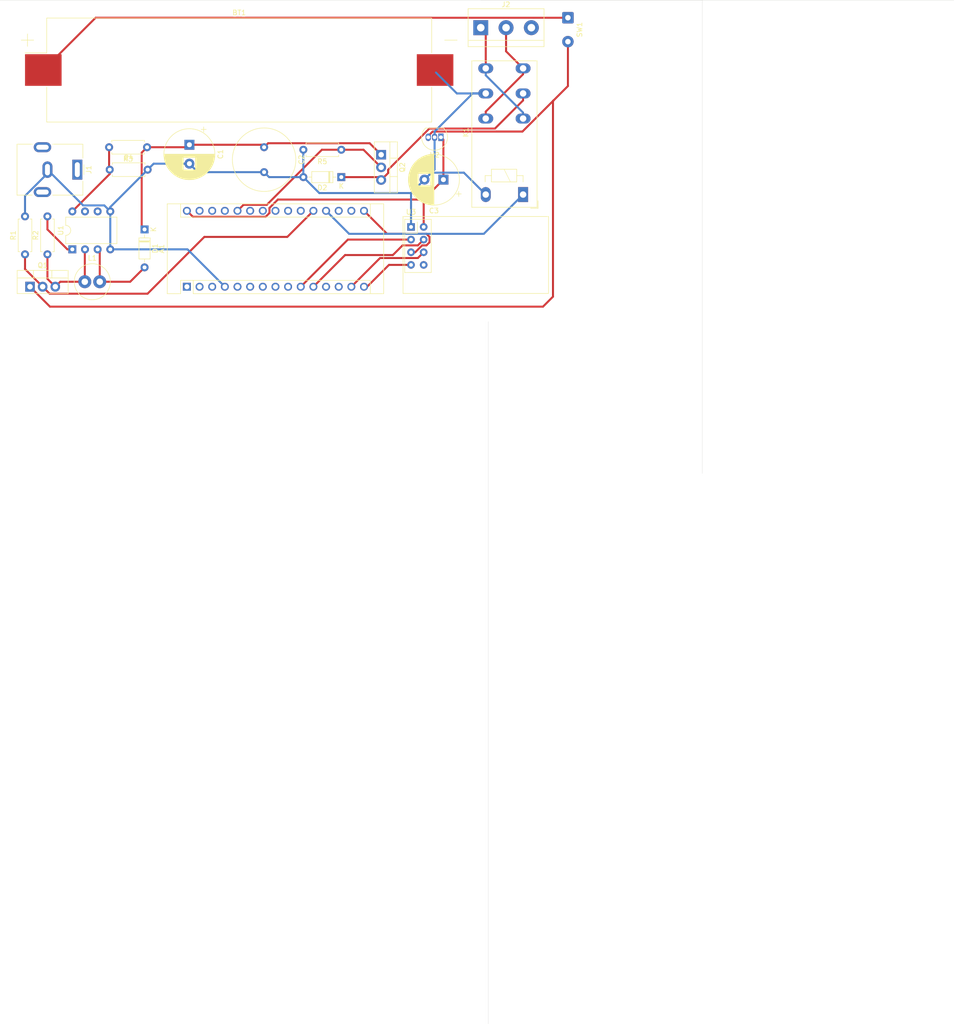
<source format=kicad_pcb>
(kicad_pcb (version 20171130) (host pcbnew 5.1.9-73d0e3b20d~88~ubuntu20.04.1)

  (general
    (thickness 1.6)
    (drawings 4)
    (tracks 140)
    (zones 0)
    (modules 22)
    (nets 44)
  )

  (page A4)
  (layers
    (0 F.Cu signal)
    (31 B.Cu signal)
    (33 F.Adhes user)
    (35 F.Paste user)
    (37 F.SilkS user)
    (38 B.Mask user)
    (39 F.Mask user)
    (40 Dwgs.User user)
    (41 Cmts.User user)
    (42 Eco1.User user)
    (43 Eco2.User user)
    (44 Edge.Cuts user)
    (45 Margin user)
    (46 B.CrtYd user)
    (47 F.CrtYd user)
    (49 F.Fab user)
  )

  (setup
    (last_trace_width 0.4)
    (trace_clearance 0.2)
    (zone_clearance 0.508)
    (zone_45_only no)
    (trace_min 0.2)
    (via_size 0.8)
    (via_drill 0.4)
    (via_min_size 0.4)
    (via_min_drill 0.3)
    (uvia_size 0.3)
    (uvia_drill 0.1)
    (uvias_allowed no)
    (uvia_min_size 0.2)
    (uvia_min_drill 0.1)
    (edge_width 0.05)
    (segment_width 0.2)
    (pcb_text_width 0.3)
    (pcb_text_size 1.5 1.5)
    (mod_edge_width 0.12)
    (mod_text_size 1 1)
    (mod_text_width 0.15)
    (pad_size 1.524 1.524)
    (pad_drill 0.762)
    (pad_to_mask_clearance 0)
    (aux_axis_origin 34 140)
    (visible_elements FFFFFF7F)
    (pcbplotparams
      (layerselection 0x010fc_ffffffff)
      (usegerberextensions false)
      (usegerberattributes true)
      (usegerberadvancedattributes true)
      (creategerberjobfile true)
      (excludeedgelayer true)
      (linewidth 0.100000)
      (plotframeref false)
      (viasonmask false)
      (mode 1)
      (useauxorigin false)
      (hpglpennumber 1)
      (hpglpenspeed 20)
      (hpglpendiameter 15.000000)
      (psnegative false)
      (psa4output false)
      (plotreference true)
      (plotvalue true)
      (plotinvisibletext false)
      (padsonsilk false)
      (subtractmaskfromsilk false)
      (outputformat 1)
      (mirror false)
      (drillshape 1)
      (scaleselection 1)
      (outputdirectory ""))
  )

  (net 0 "")
  (net 1 "Net-(A1-Pad1)")
  (net 2 "Net-(A1-Pad17)")
  (net 3 "Net-(A1-Pad2)")
  (net 4 "Net-(A1-Pad18)")
  (net 5 "Net-(A1-Pad3)")
  (net 6 "Net-(A1-Pad19)")
  (net 7 GND)
  (net 8 "Net-(A1-Pad20)")
  (net 9 "Net-(A1-Pad5)")
  (net 10 "Net-(A1-Pad21)")
  (net 11 "Net-(A1-Pad6)")
  (net 12 "Net-(A1-Pad22)")
  (net 13 "Net-(A1-Pad7)")
  (net 14 "Net-(A1-Pad23)")
  (net 15 "Net-(A1-Pad8)")
  (net 16 "Net-(A1-Pad24)")
  (net 17 "Net-(A1-Pad9)")
  (net 18 "Net-(A1-Pad25)")
  (net 19 "Net-(A1-Pad10)")
  (net 20 "Net-(A1-Pad26)")
  (net 21 "Net-(A1-Pad11)")
  (net 22 "Net-(A1-Pad27)")
  (net 23 "Net-(A1-Pad12)")
  (net 24 "Net-(A1-Pad28)")
  (net 25 "Net-(A1-Pad13)")
  (net 26 "Net-(A1-Pad29)")
  (net 27 "Net-(A1-Pad14)")
  (net 28 VDD)
  (net 29 "Net-(A1-Pad15)")
  (net 30 "Net-(A1-Pad16)")
  (net 31 "Net-(C1-Pad1)")
  (net 32 "Net-(D1-Pad2)")
  (net 33 "Net-(L1-Pad1)")
  (net 34 "Net-(R2-Pad2)")
  (net 35 "Net-(R3-Pad2)")
  (net 36 "Net-(U1-Pad6)")
  (net 37 "Net-(U1-Pad7)")
  (net 38 "Net-(U3-Pad8)")
  (net 39 "Net-(A1-Pad30)")
  (net 40 "Net-(BT1-Pad1)")
  (net 41 "Net-(D2-Pad1)")
  (net 42 "Net-(J2-Pad1)")
  (net 43 "Net-(J2-Pad2)")

  (net_class Default "This is the default net class."
    (clearance 0.2)
    (trace_width 0.4)
    (via_dia 0.8)
    (via_drill 0.4)
    (uvia_dia 0.3)
    (uvia_drill 0.1)
    (add_net GND)
    (add_net "Net-(A1-Pad1)")
    (add_net "Net-(A1-Pad10)")
    (add_net "Net-(A1-Pad11)")
    (add_net "Net-(A1-Pad12)")
    (add_net "Net-(A1-Pad13)")
    (add_net "Net-(A1-Pad14)")
    (add_net "Net-(A1-Pad15)")
    (add_net "Net-(A1-Pad16)")
    (add_net "Net-(A1-Pad17)")
    (add_net "Net-(A1-Pad18)")
    (add_net "Net-(A1-Pad19)")
    (add_net "Net-(A1-Pad2)")
    (add_net "Net-(A1-Pad20)")
    (add_net "Net-(A1-Pad21)")
    (add_net "Net-(A1-Pad22)")
    (add_net "Net-(A1-Pad23)")
    (add_net "Net-(A1-Pad24)")
    (add_net "Net-(A1-Pad25)")
    (add_net "Net-(A1-Pad26)")
    (add_net "Net-(A1-Pad27)")
    (add_net "Net-(A1-Pad28)")
    (add_net "Net-(A1-Pad29)")
    (add_net "Net-(A1-Pad3)")
    (add_net "Net-(A1-Pad30)")
    (add_net "Net-(A1-Pad5)")
    (add_net "Net-(A1-Pad6)")
    (add_net "Net-(A1-Pad7)")
    (add_net "Net-(A1-Pad8)")
    (add_net "Net-(A1-Pad9)")
    (add_net "Net-(BT1-Pad1)")
    (add_net "Net-(C1-Pad1)")
    (add_net "Net-(D1-Pad2)")
    (add_net "Net-(D2-Pad1)")
    (add_net "Net-(J2-Pad1)")
    (add_net "Net-(J2-Pad2)")
    (add_net "Net-(L1-Pad1)")
    (add_net "Net-(R2-Pad2)")
    (add_net "Net-(R3-Pad2)")
    (add_net "Net-(U1-Pad6)")
    (add_net "Net-(U1-Pad7)")
    (add_net "Net-(U3-Pad8)")
  )

  (net_class VDD ""
    (clearance 0.2)
    (trace_width 0.4)
    (via_dia 0.8)
    (via_drill 0.4)
    (uvia_dia 0.3)
    (uvia_drill 0.1)
    (add_net VDD)
  )

  (module Package_TO_SOT_THT:TO-92_Inline (layer F.Cu) (tedit 5A1DD157) (tstamp 6076F4CD)
    (at 122.5 72.5 180)
    (descr "TO-92 leads in-line, narrow, oval pads, drill 0.75mm (see NXP sot054_po.pdf)")
    (tags "to-92 sc-43 sc-43a sot54 PA33 transistor")
    (path /6079C57D)
    (fp_text reference U2 (at 1.27 -3.56) (layer F.SilkS)
      (effects (font (size 1 1) (thickness 0.15)))
    )
    (fp_text value L78L33_TO92 (at 1.27 2.79) (layer F.Fab)
      (effects (font (size 1 1) (thickness 0.15)))
    )
    (fp_arc (start 1.27 0) (end 1.27 -2.6) (angle 135) (layer F.SilkS) (width 0.12))
    (fp_arc (start 1.27 0) (end 1.27 -2.48) (angle -135) (layer F.Fab) (width 0.1))
    (fp_arc (start 1.27 0) (end 1.27 -2.6) (angle -135) (layer F.SilkS) (width 0.12))
    (fp_arc (start 1.27 0) (end 1.27 -2.48) (angle 135) (layer F.Fab) (width 0.1))
    (fp_text user %R (at 1.27 0) (layer F.Fab)
      (effects (font (size 1 1) (thickness 0.15)))
    )
    (fp_line (start -0.53 1.85) (end 3.07 1.85) (layer F.SilkS) (width 0.12))
    (fp_line (start -0.5 1.75) (end 3 1.75) (layer F.Fab) (width 0.1))
    (fp_line (start -1.46 -2.73) (end 4 -2.73) (layer F.CrtYd) (width 0.05))
    (fp_line (start -1.46 -2.73) (end -1.46 2.01) (layer F.CrtYd) (width 0.05))
    (fp_line (start 4 2.01) (end 4 -2.73) (layer F.CrtYd) (width 0.05))
    (fp_line (start 4 2.01) (end -1.46 2.01) (layer F.CrtYd) (width 0.05))
    (pad 1 thru_hole rect (at 0 0 180) (size 1.05 1.5) (drill 0.75) (layers *.Cu *.Mask)
      (net 39 "Net-(A1-Pad30)"))
    (pad 3 thru_hole oval (at 2.54 0 180) (size 1.05 1.5) (drill 0.75) (layers *.Cu *.Mask)
      (net 28 VDD))
    (pad 2 thru_hole oval (at 1.27 0 180) (size 1.05 1.5) (drill 0.75) (layers *.Cu *.Mask)
      (net 7 GND))
    (model ${KISYS3DMOD}/Package_TO_SOT_THT.3dshapes/TO-92_Inline.wrl
      (at (xyz 0 0 0))
      (scale (xyz 1 1 1))
      (rotate (xyz 0 0 0))
    )
  )

  (module Module:Arduino_Nano_WithMountingHoles (layer F.Cu) (tedit 58ACAF99) (tstamp 6076B0E6)
    (at 71.5 102.5 90)
    (descr "Arduino Nano, http://www.mouser.com/pdfdocs/Gravitech_Arduino_Nano3_0.pdf")
    (tags "Arduino Nano")
    (path /6074B193)
    (fp_text reference A1 (at 7.62 -5.08 90) (layer F.SilkS)
      (effects (font (size 1 1) (thickness 0.15)))
    )
    (fp_text value Arduino_Nano_v3.x (at 8.89 15.24) (layer F.Fab)
      (effects (font (size 1 1) (thickness 0.15)))
    )
    (fp_line (start 16.75 42.16) (end -1.53 42.16) (layer F.CrtYd) (width 0.05))
    (fp_line (start 16.75 42.16) (end 16.75 -4.06) (layer F.CrtYd) (width 0.05))
    (fp_line (start -1.53 -4.06) (end -1.53 42.16) (layer F.CrtYd) (width 0.05))
    (fp_line (start -1.53 -4.06) (end 16.75 -4.06) (layer F.CrtYd) (width 0.05))
    (fp_line (start 16.51 -3.81) (end 16.51 39.37) (layer F.Fab) (width 0.1))
    (fp_line (start 0 -3.81) (end 16.51 -3.81) (layer F.Fab) (width 0.1))
    (fp_line (start -1.27 -2.54) (end 0 -3.81) (layer F.Fab) (width 0.1))
    (fp_line (start -1.27 39.37) (end -1.27 -2.54) (layer F.Fab) (width 0.1))
    (fp_line (start 16.51 39.37) (end -1.27 39.37) (layer F.Fab) (width 0.1))
    (fp_line (start 16.64 -3.94) (end -1.4 -3.94) (layer F.SilkS) (width 0.12))
    (fp_line (start 16.64 39.5) (end 16.64 -3.94) (layer F.SilkS) (width 0.12))
    (fp_line (start -1.4 39.5) (end 16.64 39.5) (layer F.SilkS) (width 0.12))
    (fp_line (start 3.81 41.91) (end 3.81 31.75) (layer F.Fab) (width 0.1))
    (fp_line (start 11.43 41.91) (end 3.81 41.91) (layer F.Fab) (width 0.1))
    (fp_line (start 11.43 31.75) (end 11.43 41.91) (layer F.Fab) (width 0.1))
    (fp_line (start 3.81 31.75) (end 11.43 31.75) (layer F.Fab) (width 0.1))
    (fp_line (start 1.27 36.83) (end -1.4 36.83) (layer F.SilkS) (width 0.12))
    (fp_line (start 1.27 1.27) (end 1.27 36.83) (layer F.SilkS) (width 0.12))
    (fp_line (start 1.27 1.27) (end -1.4 1.27) (layer F.SilkS) (width 0.12))
    (fp_line (start 13.97 36.83) (end 16.64 36.83) (layer F.SilkS) (width 0.12))
    (fp_line (start 13.97 -1.27) (end 13.97 36.83) (layer F.SilkS) (width 0.12))
    (fp_line (start 13.97 -1.27) (end 16.64 -1.27) (layer F.SilkS) (width 0.12))
    (fp_line (start -1.4 -3.94) (end -1.4 -1.27) (layer F.SilkS) (width 0.12))
    (fp_line (start -1.4 1.27) (end -1.4 39.5) (layer F.SilkS) (width 0.12))
    (fp_line (start 1.27 -1.27) (end -1.4 -1.27) (layer F.SilkS) (width 0.12))
    (fp_line (start 1.27 1.27) (end 1.27 -1.27) (layer F.SilkS) (width 0.12))
    (fp_text user %R (at 6.35 16.51) (layer F.Fab)
      (effects (font (size 1 1) (thickness 0.15)))
    )
    (pad 1 thru_hole rect (at 0 0 90) (size 1.6 1.6) (drill 1) (layers *.Cu *.Mask)
      (net 1 "Net-(A1-Pad1)"))
    (pad 17 thru_hole oval (at 15.24 33.02 90) (size 1.6 1.6) (drill 1) (layers *.Cu *.Mask)
      (net 2 "Net-(A1-Pad17)"))
    (pad 2 thru_hole oval (at 0 2.54 90) (size 1.6 1.6) (drill 1) (layers *.Cu *.Mask)
      (net 3 "Net-(A1-Pad2)"))
    (pad 18 thru_hole oval (at 15.24 30.48 90) (size 1.6 1.6) (drill 1) (layers *.Cu *.Mask)
      (net 4 "Net-(A1-Pad18)"))
    (pad 3 thru_hole oval (at 0 5.08 90) (size 1.6 1.6) (drill 1) (layers *.Cu *.Mask)
      (net 5 "Net-(A1-Pad3)"))
    (pad 19 thru_hole oval (at 15.24 27.94 90) (size 1.6 1.6) (drill 1) (layers *.Cu *.Mask)
      (net 6 "Net-(A1-Pad19)"))
    (pad 4 thru_hole oval (at 0 7.62 90) (size 1.6 1.6) (drill 1) (layers *.Cu *.Mask)
      (net 7 GND))
    (pad 20 thru_hole oval (at 15.24 25.4 90) (size 1.6 1.6) (drill 1) (layers *.Cu *.Mask)
      (net 8 "Net-(A1-Pad20)"))
    (pad 5 thru_hole oval (at 0 10.16 90) (size 1.6 1.6) (drill 1) (layers *.Cu *.Mask)
      (net 9 "Net-(A1-Pad5)"))
    (pad 21 thru_hole oval (at 15.24 22.86 90) (size 1.6 1.6) (drill 1) (layers *.Cu *.Mask)
      (net 10 "Net-(A1-Pad21)"))
    (pad 6 thru_hole oval (at 0 12.7 90) (size 1.6 1.6) (drill 1) (layers *.Cu *.Mask)
      (net 11 "Net-(A1-Pad6)"))
    (pad 22 thru_hole oval (at 15.24 20.32 90) (size 1.6 1.6) (drill 1) (layers *.Cu *.Mask)
      (net 12 "Net-(A1-Pad22)"))
    (pad 7 thru_hole oval (at 0 15.24 90) (size 1.6 1.6) (drill 1) (layers *.Cu *.Mask)
      (net 13 "Net-(A1-Pad7)"))
    (pad 23 thru_hole oval (at 15.24 17.78 90) (size 1.6 1.6) (drill 1) (layers *.Cu *.Mask)
      (net 14 "Net-(A1-Pad23)"))
    (pad 8 thru_hole oval (at 0 17.78 90) (size 1.6 1.6) (drill 1) (layers *.Cu *.Mask)
      (net 15 "Net-(A1-Pad8)"))
    (pad 24 thru_hole oval (at 15.24 15.24 90) (size 1.6 1.6) (drill 1) (layers *.Cu *.Mask)
      (net 16 "Net-(A1-Pad24)"))
    (pad 9 thru_hole oval (at 0 20.32 90) (size 1.6 1.6) (drill 1) (layers *.Cu *.Mask)
      (net 17 "Net-(A1-Pad9)"))
    (pad 25 thru_hole oval (at 15.24 12.7 90) (size 1.6 1.6) (drill 1) (layers *.Cu *.Mask)
      (net 18 "Net-(A1-Pad25)"))
    (pad 10 thru_hole oval (at 0 22.86 90) (size 1.6 1.6) (drill 1) (layers *.Cu *.Mask)
      (net 19 "Net-(A1-Pad10)"))
    (pad 26 thru_hole oval (at 15.24 10.16 90) (size 1.6 1.6) (drill 1) (layers *.Cu *.Mask)
      (net 20 "Net-(A1-Pad26)"))
    (pad 11 thru_hole oval (at 0 25.4 90) (size 1.6 1.6) (drill 1) (layers *.Cu *.Mask)
      (net 21 "Net-(A1-Pad11)"))
    (pad 27 thru_hole oval (at 15.24 7.62 90) (size 1.6 1.6) (drill 1) (layers *.Cu *.Mask)
      (net 22 "Net-(A1-Pad27)"))
    (pad 12 thru_hole oval (at 0 27.94 90) (size 1.6 1.6) (drill 1) (layers *.Cu *.Mask)
      (net 23 "Net-(A1-Pad12)"))
    (pad 28 thru_hole oval (at 15.24 5.08 90) (size 1.6 1.6) (drill 1) (layers *.Cu *.Mask)
      (net 24 "Net-(A1-Pad28)"))
    (pad 13 thru_hole oval (at 0 30.48 90) (size 1.6 1.6) (drill 1) (layers *.Cu *.Mask)
      (net 25 "Net-(A1-Pad13)"))
    (pad 29 thru_hole oval (at 15.24 2.54 90) (size 1.6 1.6) (drill 1) (layers *.Cu *.Mask)
      (net 26 "Net-(A1-Pad29)"))
    (pad 14 thru_hole oval (at 0 33.02 90) (size 1.6 1.6) (drill 1) (layers *.Cu *.Mask)
      (net 27 "Net-(A1-Pad14)"))
    (pad 30 thru_hole oval (at 15.24 0 90) (size 1.6 1.6) (drill 1) (layers *.Cu *.Mask)
      (net 39 "Net-(A1-Pad30)"))
    (pad 15 thru_hole oval (at 0 35.56 90) (size 1.6 1.6) (drill 1) (layers *.Cu *.Mask)
      (net 29 "Net-(A1-Pad15)"))
    (pad 16 thru_hole oval (at 15.24 35.56 90) (size 1.6 1.6) (drill 1) (layers *.Cu *.Mask)
      (net 30 "Net-(A1-Pad16)"))
    (pad "" np_thru_hole circle (at 0 -2.54 90) (size 1.78 1.78) (drill 1.78) (layers *.Cu *.Mask))
    (pad "" np_thru_hole circle (at 15.24 -2.54 90) (size 1.78 1.78) (drill 1.78) (layers *.Cu *.Mask))
    (pad "" np_thru_hole circle (at 15.24 38.1 90) (size 1.78 1.78) (drill 1.78) (layers *.Cu *.Mask))
    (pad "" np_thru_hole circle (at 0 38.1 90) (size 1.78 1.78) (drill 1.78) (layers *.Cu *.Mask))
    (model ${KISYS3DMOD}/Module.3dshapes/Arduino_Nano_WithMountingHoles.wrl
      (at (xyz 0 0 0))
      (scale (xyz 1 1 1))
      (rotate (xyz 0 0 0))
    )
  )

  (module Battery:BatteryHolder_Keystone_1042_1x18650 (layer F.Cu) (tedit 5A033499) (tstamp 6076B10B)
    (at 82 59)
    (descr "Battery holder for 18650 cylindrical cells http://www.keyelco.com/product.cfm/product_id/918")
    (tags "18650 Keystone 1042 Li-ion")
    (path /60745C88)
    (attr smd)
    (fp_text reference BT1 (at 0 -11.5) (layer F.SilkS)
      (effects (font (size 1 1) (thickness 0.15)))
    )
    (fp_text value Battery_Cell (at 0 11.3) (layer F.Fab)
      (effects (font (size 1 1) (thickness 0.15)))
    )
    (fp_line (start -42.5 -4.75) (end -42.5 -7.25) (layer F.SilkS) (width 0.12))
    (fp_line (start -43.75 -6) (end -41.25 -6) (layer F.SilkS) (width 0.12))
    (fp_line (start -39.03 3.68) (end -43.5 3.68) (layer F.CrtYd) (width 0.05))
    (fp_line (start -43.5 3.68) (end -43.5 -3.68) (layer F.CrtYd) (width 0.05))
    (fp_line (start -43.5 -3.68) (end -39.03 -3.68) (layer F.CrtYd) (width 0.05))
    (fp_line (start 43.5 -3.68) (end 39.03 -3.68) (layer F.CrtYd) (width 0.05))
    (fp_line (start 39.03 3.68) (end 43.5 3.68) (layer F.CrtYd) (width 0.05))
    (fp_line (start -39.03 -10.83) (end -39.03 -3.68) (layer F.CrtYd) (width 0.05))
    (fp_line (start -39.03 10.83) (end -39.03 3.68) (layer F.CrtYd) (width 0.05))
    (fp_line (start 39.03 -10.83) (end 39.03 -3.68) (layer F.CrtYd) (width 0.05))
    (fp_line (start -39.03 -10.83) (end 39.03 -10.83) (layer F.CrtYd) (width 0.05))
    (fp_line (start -39.03 10.83) (end 39.03 10.83) (layer F.CrtYd) (width 0.05))
    (fp_line (start 38.53 -10.33) (end 38.53 10.33) (layer F.Fab) (width 0.1))
    (fp_line (start -33.3675 -10.33) (end 38.53 -10.33) (layer F.Fab) (width 0.1))
    (fp_line (start 43.75 -6) (end 41.25 -6) (layer F.SilkS) (width 0.12))
    (fp_line (start -38.53 -5.1675) (end -38.53 10.33) (layer F.Fab) (width 0.1))
    (fp_line (start -38.53 10.33) (end 38.53 10.33) (layer F.Fab) (width 0.1))
    (fp_line (start 38.64 -3.44) (end 38.64 -10.42) (layer F.SilkS) (width 0.12))
    (fp_line (start 38.64 -10.44) (end -38.64 -10.44) (layer F.SilkS) (width 0.12))
    (fp_line (start -38.64 -10.44) (end -38.64 -3.44) (layer F.SilkS) (width 0.12))
    (fp_line (start 38.64 3.44) (end 38.64 10.44) (layer F.SilkS) (width 0.12))
    (fp_line (start 38.64 10.44) (end -38.64 10.44) (layer F.SilkS) (width 0.12))
    (fp_line (start -38.64 10.44) (end -38.64 3.44) (layer F.SilkS) (width 0.12))
    (fp_line (start 39.03 10.83) (end 39.03 3.68) (layer F.CrtYd) (width 0.05))
    (fp_line (start 43.5 3.68) (end 43.5 -3.68) (layer F.CrtYd) (width 0.05))
    (fp_line (start -38.64 -3.44) (end -43 -3.44) (layer F.SilkS) (width 0.12))
    (fp_line (start -33.3675 -10.33) (end -38.53 -5.1675) (layer F.Fab) (width 0.1))
    (fp_text user %R (at 0 0) (layer F.Fab)
      (effects (font (size 1 1) (thickness 0.15)))
    )
    (pad 1 smd rect (at -39.33 0) (size 7.34 6.35) (layers F.Cu F.Paste F.Mask)
      (net 40 "Net-(BT1-Pad1)"))
    (pad 2 smd rect (at 39.33 0) (size 7.34 6.35) (layers F.Cu F.Paste F.Mask)
      (net 7 GND))
    (pad "" np_thru_hole circle (at 27.6 -8) (size 3.45 3.45) (drill 3.45) (layers *.Cu *.Mask))
    (pad "" np_thru_hole circle (at -27.6 8) (size 3.45 3.45) (drill 3.45) (layers *.Cu *.Mask))
    (pad "" np_thru_hole circle (at -35.93 -8) (size 2.39 2.39) (drill 2.39) (layers *.Cu *.Mask))
    (model ${KISYS3DMOD}/Battery.3dshapes/BatteryHolder_Keystone_1042_1x18650.wrl
      (at (xyz 0 0 0))
      (scale (xyz 1 1 1))
      (rotate (xyz 0 0 0))
    )
  )

  (module Capacitor_THT:CP_Radial_D10.0mm_P3.80mm (layer F.Cu) (tedit 5AE50EF1) (tstamp 6076B1D7)
    (at 72 74 270)
    (descr "CP, Radial series, Radial, pin pitch=3.80mm, , diameter=10mm, Electrolytic Capacitor")
    (tags "CP Radial series Radial pin pitch 3.80mm  diameter 10mm Electrolytic Capacitor")
    (path /607978A5)
    (fp_text reference C1 (at 1.9 -6.25 90) (layer F.SilkS)
      (effects (font (size 1 1) (thickness 0.15)))
    )
    (fp_text value CP (at 1.9 6.25 90) (layer F.Fab)
      (effects (font (size 1 1) (thickness 0.15)))
    )
    (fp_line (start -3.079646 -3.375) (end -3.079646 -2.375) (layer F.SilkS) (width 0.12))
    (fp_line (start -3.579646 -2.875) (end -2.579646 -2.875) (layer F.SilkS) (width 0.12))
    (fp_line (start 6.981 -0.599) (end 6.981 0.599) (layer F.SilkS) (width 0.12))
    (fp_line (start 6.941 -0.862) (end 6.941 0.862) (layer F.SilkS) (width 0.12))
    (fp_line (start 6.901 -1.062) (end 6.901 1.062) (layer F.SilkS) (width 0.12))
    (fp_line (start 6.861 -1.23) (end 6.861 1.23) (layer F.SilkS) (width 0.12))
    (fp_line (start 6.821 -1.378) (end 6.821 1.378) (layer F.SilkS) (width 0.12))
    (fp_line (start 6.781 -1.51) (end 6.781 1.51) (layer F.SilkS) (width 0.12))
    (fp_line (start 6.741 -1.63) (end 6.741 1.63) (layer F.SilkS) (width 0.12))
    (fp_line (start 6.701 -1.742) (end 6.701 1.742) (layer F.SilkS) (width 0.12))
    (fp_line (start 6.661 -1.846) (end 6.661 1.846) (layer F.SilkS) (width 0.12))
    (fp_line (start 6.621 -1.944) (end 6.621 1.944) (layer F.SilkS) (width 0.12))
    (fp_line (start 6.581 -2.037) (end 6.581 2.037) (layer F.SilkS) (width 0.12))
    (fp_line (start 6.541 -2.125) (end 6.541 2.125) (layer F.SilkS) (width 0.12))
    (fp_line (start 6.501 -2.209) (end 6.501 2.209) (layer F.SilkS) (width 0.12))
    (fp_line (start 6.461 -2.289) (end 6.461 2.289) (layer F.SilkS) (width 0.12))
    (fp_line (start 6.421 -2.365) (end 6.421 2.365) (layer F.SilkS) (width 0.12))
    (fp_line (start 6.381 -2.439) (end 6.381 2.439) (layer F.SilkS) (width 0.12))
    (fp_line (start 6.341 -2.51) (end 6.341 2.51) (layer F.SilkS) (width 0.12))
    (fp_line (start 6.301 -2.579) (end 6.301 2.579) (layer F.SilkS) (width 0.12))
    (fp_line (start 6.261 -2.645) (end 6.261 2.645) (layer F.SilkS) (width 0.12))
    (fp_line (start 6.221 -2.709) (end 6.221 2.709) (layer F.SilkS) (width 0.12))
    (fp_line (start 6.181 -2.77) (end 6.181 2.77) (layer F.SilkS) (width 0.12))
    (fp_line (start 6.141 -2.83) (end 6.141 2.83) (layer F.SilkS) (width 0.12))
    (fp_line (start 6.101 -2.889) (end 6.101 2.889) (layer F.SilkS) (width 0.12))
    (fp_line (start 6.061 -2.945) (end 6.061 2.945) (layer F.SilkS) (width 0.12))
    (fp_line (start 6.021 -3) (end 6.021 3) (layer F.SilkS) (width 0.12))
    (fp_line (start 5.981 -3.054) (end 5.981 3.054) (layer F.SilkS) (width 0.12))
    (fp_line (start 5.941 -3.106) (end 5.941 3.106) (layer F.SilkS) (width 0.12))
    (fp_line (start 5.901 -3.156) (end 5.901 3.156) (layer F.SilkS) (width 0.12))
    (fp_line (start 5.861 -3.206) (end 5.861 3.206) (layer F.SilkS) (width 0.12))
    (fp_line (start 5.821 -3.254) (end 5.821 3.254) (layer F.SilkS) (width 0.12))
    (fp_line (start 5.781 -3.301) (end 5.781 3.301) (layer F.SilkS) (width 0.12))
    (fp_line (start 5.741 -3.347) (end 5.741 3.347) (layer F.SilkS) (width 0.12))
    (fp_line (start 5.701 -3.392) (end 5.701 3.392) (layer F.SilkS) (width 0.12))
    (fp_line (start 5.661 -3.436) (end 5.661 3.436) (layer F.SilkS) (width 0.12))
    (fp_line (start 5.621 -3.478) (end 5.621 3.478) (layer F.SilkS) (width 0.12))
    (fp_line (start 5.581 -3.52) (end 5.581 3.52) (layer F.SilkS) (width 0.12))
    (fp_line (start 5.541 -3.561) (end 5.541 3.561) (layer F.SilkS) (width 0.12))
    (fp_line (start 5.501 -3.601) (end 5.501 3.601) (layer F.SilkS) (width 0.12))
    (fp_line (start 5.461 -3.64) (end 5.461 3.64) (layer F.SilkS) (width 0.12))
    (fp_line (start 5.421 -3.679) (end 5.421 3.679) (layer F.SilkS) (width 0.12))
    (fp_line (start 5.381 -3.716) (end 5.381 3.716) (layer F.SilkS) (width 0.12))
    (fp_line (start 5.341 -3.753) (end 5.341 3.753) (layer F.SilkS) (width 0.12))
    (fp_line (start 5.301 -3.789) (end 5.301 3.789) (layer F.SilkS) (width 0.12))
    (fp_line (start 5.261 -3.824) (end 5.261 3.824) (layer F.SilkS) (width 0.12))
    (fp_line (start 5.221 -3.858) (end 5.221 3.858) (layer F.SilkS) (width 0.12))
    (fp_line (start 5.181 -3.892) (end 5.181 3.892) (layer F.SilkS) (width 0.12))
    (fp_line (start 5.141 -3.925) (end 5.141 3.925) (layer F.SilkS) (width 0.12))
    (fp_line (start 5.101 -3.957) (end 5.101 3.957) (layer F.SilkS) (width 0.12))
    (fp_line (start 5.061 -3.989) (end 5.061 3.989) (layer F.SilkS) (width 0.12))
    (fp_line (start 5.021 1.241) (end 5.021 4.02) (layer F.SilkS) (width 0.12))
    (fp_line (start 5.021 -4.02) (end 5.021 -1.241) (layer F.SilkS) (width 0.12))
    (fp_line (start 4.981 1.241) (end 4.981 4.05) (layer F.SilkS) (width 0.12))
    (fp_line (start 4.981 -4.05) (end 4.981 -1.241) (layer F.SilkS) (width 0.12))
    (fp_line (start 4.941 1.241) (end 4.941 4.08) (layer F.SilkS) (width 0.12))
    (fp_line (start 4.941 -4.08) (end 4.941 -1.241) (layer F.SilkS) (width 0.12))
    (fp_line (start 4.901 1.241) (end 4.901 4.11) (layer F.SilkS) (width 0.12))
    (fp_line (start 4.901 -4.11) (end 4.901 -1.241) (layer F.SilkS) (width 0.12))
    (fp_line (start 4.861 1.241) (end 4.861 4.138) (layer F.SilkS) (width 0.12))
    (fp_line (start 4.861 -4.138) (end 4.861 -1.241) (layer F.SilkS) (width 0.12))
    (fp_line (start 4.821 1.241) (end 4.821 4.166) (layer F.SilkS) (width 0.12))
    (fp_line (start 4.821 -4.166) (end 4.821 -1.241) (layer F.SilkS) (width 0.12))
    (fp_line (start 4.781 1.241) (end 4.781 4.194) (layer F.SilkS) (width 0.12))
    (fp_line (start 4.781 -4.194) (end 4.781 -1.241) (layer F.SilkS) (width 0.12))
    (fp_line (start 4.741 1.241) (end 4.741 4.221) (layer F.SilkS) (width 0.12))
    (fp_line (start 4.741 -4.221) (end 4.741 -1.241) (layer F.SilkS) (width 0.12))
    (fp_line (start 4.701 1.241) (end 4.701 4.247) (layer F.SilkS) (width 0.12))
    (fp_line (start 4.701 -4.247) (end 4.701 -1.241) (layer F.SilkS) (width 0.12))
    (fp_line (start 4.661 1.241) (end 4.661 4.273) (layer F.SilkS) (width 0.12))
    (fp_line (start 4.661 -4.273) (end 4.661 -1.241) (layer F.SilkS) (width 0.12))
    (fp_line (start 4.621 1.241) (end 4.621 4.298) (layer F.SilkS) (width 0.12))
    (fp_line (start 4.621 -4.298) (end 4.621 -1.241) (layer F.SilkS) (width 0.12))
    (fp_line (start 4.581 1.241) (end 4.581 4.323) (layer F.SilkS) (width 0.12))
    (fp_line (start 4.581 -4.323) (end 4.581 -1.241) (layer F.SilkS) (width 0.12))
    (fp_line (start 4.541 1.241) (end 4.541 4.347) (layer F.SilkS) (width 0.12))
    (fp_line (start 4.541 -4.347) (end 4.541 -1.241) (layer F.SilkS) (width 0.12))
    (fp_line (start 4.501 1.241) (end 4.501 4.371) (layer F.SilkS) (width 0.12))
    (fp_line (start 4.501 -4.371) (end 4.501 -1.241) (layer F.SilkS) (width 0.12))
    (fp_line (start 4.461 1.241) (end 4.461 4.395) (layer F.SilkS) (width 0.12))
    (fp_line (start 4.461 -4.395) (end 4.461 -1.241) (layer F.SilkS) (width 0.12))
    (fp_line (start 4.421 1.241) (end 4.421 4.417) (layer F.SilkS) (width 0.12))
    (fp_line (start 4.421 -4.417) (end 4.421 -1.241) (layer F.SilkS) (width 0.12))
    (fp_line (start 4.381 1.241) (end 4.381 4.44) (layer F.SilkS) (width 0.12))
    (fp_line (start 4.381 -4.44) (end 4.381 -1.241) (layer F.SilkS) (width 0.12))
    (fp_line (start 4.341 1.241) (end 4.341 4.462) (layer F.SilkS) (width 0.12))
    (fp_line (start 4.341 -4.462) (end 4.341 -1.241) (layer F.SilkS) (width 0.12))
    (fp_line (start 4.301 1.241) (end 4.301 4.483) (layer F.SilkS) (width 0.12))
    (fp_line (start 4.301 -4.483) (end 4.301 -1.241) (layer F.SilkS) (width 0.12))
    (fp_line (start 4.261 1.241) (end 4.261 4.504) (layer F.SilkS) (width 0.12))
    (fp_line (start 4.261 -4.504) (end 4.261 -1.241) (layer F.SilkS) (width 0.12))
    (fp_line (start 4.221 1.241) (end 4.221 4.525) (layer F.SilkS) (width 0.12))
    (fp_line (start 4.221 -4.525) (end 4.221 -1.241) (layer F.SilkS) (width 0.12))
    (fp_line (start 4.181 1.241) (end 4.181 4.545) (layer F.SilkS) (width 0.12))
    (fp_line (start 4.181 -4.545) (end 4.181 -1.241) (layer F.SilkS) (width 0.12))
    (fp_line (start 4.141 1.241) (end 4.141 4.564) (layer F.SilkS) (width 0.12))
    (fp_line (start 4.141 -4.564) (end 4.141 -1.241) (layer F.SilkS) (width 0.12))
    (fp_line (start 4.101 1.241) (end 4.101 4.584) (layer F.SilkS) (width 0.12))
    (fp_line (start 4.101 -4.584) (end 4.101 -1.241) (layer F.SilkS) (width 0.12))
    (fp_line (start 4.061 1.241) (end 4.061 4.603) (layer F.SilkS) (width 0.12))
    (fp_line (start 4.061 -4.603) (end 4.061 -1.241) (layer F.SilkS) (width 0.12))
    (fp_line (start 4.021 1.241) (end 4.021 4.621) (layer F.SilkS) (width 0.12))
    (fp_line (start 4.021 -4.621) (end 4.021 -1.241) (layer F.SilkS) (width 0.12))
    (fp_line (start 3.981 1.241) (end 3.981 4.639) (layer F.SilkS) (width 0.12))
    (fp_line (start 3.981 -4.639) (end 3.981 -1.241) (layer F.SilkS) (width 0.12))
    (fp_line (start 3.941 1.241) (end 3.941 4.657) (layer F.SilkS) (width 0.12))
    (fp_line (start 3.941 -4.657) (end 3.941 -1.241) (layer F.SilkS) (width 0.12))
    (fp_line (start 3.901 1.241) (end 3.901 4.674) (layer F.SilkS) (width 0.12))
    (fp_line (start 3.901 -4.674) (end 3.901 -1.241) (layer F.SilkS) (width 0.12))
    (fp_line (start 3.861 1.241) (end 3.861 4.69) (layer F.SilkS) (width 0.12))
    (fp_line (start 3.861 -4.69) (end 3.861 -1.241) (layer F.SilkS) (width 0.12))
    (fp_line (start 3.821 1.241) (end 3.821 4.707) (layer F.SilkS) (width 0.12))
    (fp_line (start 3.821 -4.707) (end 3.821 -1.241) (layer F.SilkS) (width 0.12))
    (fp_line (start 3.781 1.241) (end 3.781 4.723) (layer F.SilkS) (width 0.12))
    (fp_line (start 3.781 -4.723) (end 3.781 -1.241) (layer F.SilkS) (width 0.12))
    (fp_line (start 3.741 1.241) (end 3.741 4.738) (layer F.SilkS) (width 0.12))
    (fp_line (start 3.741 -4.738) (end 3.741 -1.241) (layer F.SilkS) (width 0.12))
    (fp_line (start 3.701 1.241) (end 3.701 4.754) (layer F.SilkS) (width 0.12))
    (fp_line (start 3.701 -4.754) (end 3.701 -1.241) (layer F.SilkS) (width 0.12))
    (fp_line (start 3.661 1.241) (end 3.661 4.768) (layer F.SilkS) (width 0.12))
    (fp_line (start 3.661 -4.768) (end 3.661 -1.241) (layer F.SilkS) (width 0.12))
    (fp_line (start 3.621 1.241) (end 3.621 4.783) (layer F.SilkS) (width 0.12))
    (fp_line (start 3.621 -4.783) (end 3.621 -1.241) (layer F.SilkS) (width 0.12))
    (fp_line (start 3.581 1.241) (end 3.581 4.797) (layer F.SilkS) (width 0.12))
    (fp_line (start 3.581 -4.797) (end 3.581 -1.241) (layer F.SilkS) (width 0.12))
    (fp_line (start 3.541 1.241) (end 3.541 4.811) (layer F.SilkS) (width 0.12))
    (fp_line (start 3.541 -4.811) (end 3.541 -1.241) (layer F.SilkS) (width 0.12))
    (fp_line (start 3.501 1.241) (end 3.501 4.824) (layer F.SilkS) (width 0.12))
    (fp_line (start 3.501 -4.824) (end 3.501 -1.241) (layer F.SilkS) (width 0.12))
    (fp_line (start 3.461 1.241) (end 3.461 4.837) (layer F.SilkS) (width 0.12))
    (fp_line (start 3.461 -4.837) (end 3.461 -1.241) (layer F.SilkS) (width 0.12))
    (fp_line (start 3.421 1.241) (end 3.421 4.85) (layer F.SilkS) (width 0.12))
    (fp_line (start 3.421 -4.85) (end 3.421 -1.241) (layer F.SilkS) (width 0.12))
    (fp_line (start 3.381 1.241) (end 3.381 4.862) (layer F.SilkS) (width 0.12))
    (fp_line (start 3.381 -4.862) (end 3.381 -1.241) (layer F.SilkS) (width 0.12))
    (fp_line (start 3.341 1.241) (end 3.341 4.874) (layer F.SilkS) (width 0.12))
    (fp_line (start 3.341 -4.874) (end 3.341 -1.241) (layer F.SilkS) (width 0.12))
    (fp_line (start 3.301 1.241) (end 3.301 4.885) (layer F.SilkS) (width 0.12))
    (fp_line (start 3.301 -4.885) (end 3.301 -1.241) (layer F.SilkS) (width 0.12))
    (fp_line (start 3.261 1.241) (end 3.261 4.897) (layer F.SilkS) (width 0.12))
    (fp_line (start 3.261 -4.897) (end 3.261 -1.241) (layer F.SilkS) (width 0.12))
    (fp_line (start 3.221 1.241) (end 3.221 4.907) (layer F.SilkS) (width 0.12))
    (fp_line (start 3.221 -4.907) (end 3.221 -1.241) (layer F.SilkS) (width 0.12))
    (fp_line (start 3.181 1.241) (end 3.181 4.918) (layer F.SilkS) (width 0.12))
    (fp_line (start 3.181 -4.918) (end 3.181 -1.241) (layer F.SilkS) (width 0.12))
    (fp_line (start 3.141 1.241) (end 3.141 4.928) (layer F.SilkS) (width 0.12))
    (fp_line (start 3.141 -4.928) (end 3.141 -1.241) (layer F.SilkS) (width 0.12))
    (fp_line (start 3.101 1.241) (end 3.101 4.938) (layer F.SilkS) (width 0.12))
    (fp_line (start 3.101 -4.938) (end 3.101 -1.241) (layer F.SilkS) (width 0.12))
    (fp_line (start 3.061 1.241) (end 3.061 4.947) (layer F.SilkS) (width 0.12))
    (fp_line (start 3.061 -4.947) (end 3.061 -1.241) (layer F.SilkS) (width 0.12))
    (fp_line (start 3.021 1.241) (end 3.021 4.956) (layer F.SilkS) (width 0.12))
    (fp_line (start 3.021 -4.956) (end 3.021 -1.241) (layer F.SilkS) (width 0.12))
    (fp_line (start 2.981 1.241) (end 2.981 4.965) (layer F.SilkS) (width 0.12))
    (fp_line (start 2.981 -4.965) (end 2.981 -1.241) (layer F.SilkS) (width 0.12))
    (fp_line (start 2.941 1.241) (end 2.941 4.974) (layer F.SilkS) (width 0.12))
    (fp_line (start 2.941 -4.974) (end 2.941 -1.241) (layer F.SilkS) (width 0.12))
    (fp_line (start 2.901 1.241) (end 2.901 4.982) (layer F.SilkS) (width 0.12))
    (fp_line (start 2.901 -4.982) (end 2.901 -1.241) (layer F.SilkS) (width 0.12))
    (fp_line (start 2.861 1.241) (end 2.861 4.99) (layer F.SilkS) (width 0.12))
    (fp_line (start 2.861 -4.99) (end 2.861 -1.241) (layer F.SilkS) (width 0.12))
    (fp_line (start 2.821 1.241) (end 2.821 4.997) (layer F.SilkS) (width 0.12))
    (fp_line (start 2.821 -4.997) (end 2.821 -1.241) (layer F.SilkS) (width 0.12))
    (fp_line (start 2.781 1.241) (end 2.781 5.004) (layer F.SilkS) (width 0.12))
    (fp_line (start 2.781 -5.004) (end 2.781 -1.241) (layer F.SilkS) (width 0.12))
    (fp_line (start 2.741 1.241) (end 2.741 5.011) (layer F.SilkS) (width 0.12))
    (fp_line (start 2.741 -5.011) (end 2.741 -1.241) (layer F.SilkS) (width 0.12))
    (fp_line (start 2.701 1.241) (end 2.701 5.018) (layer F.SilkS) (width 0.12))
    (fp_line (start 2.701 -5.018) (end 2.701 -1.241) (layer F.SilkS) (width 0.12))
    (fp_line (start 2.661 1.241) (end 2.661 5.024) (layer F.SilkS) (width 0.12))
    (fp_line (start 2.661 -5.024) (end 2.661 -1.241) (layer F.SilkS) (width 0.12))
    (fp_line (start 2.621 1.241) (end 2.621 5.03) (layer F.SilkS) (width 0.12))
    (fp_line (start 2.621 -5.03) (end 2.621 -1.241) (layer F.SilkS) (width 0.12))
    (fp_line (start 2.58 1.241) (end 2.58 5.035) (layer F.SilkS) (width 0.12))
    (fp_line (start 2.58 -5.035) (end 2.58 -1.241) (layer F.SilkS) (width 0.12))
    (fp_line (start 2.54 -5.04) (end 2.54 5.04) (layer F.SilkS) (width 0.12))
    (fp_line (start 2.5 -5.045) (end 2.5 5.045) (layer F.SilkS) (width 0.12))
    (fp_line (start 2.46 -5.05) (end 2.46 5.05) (layer F.SilkS) (width 0.12))
    (fp_line (start 2.42 -5.054) (end 2.42 5.054) (layer F.SilkS) (width 0.12))
    (fp_line (start 2.38 -5.058) (end 2.38 5.058) (layer F.SilkS) (width 0.12))
    (fp_line (start 2.34 -5.062) (end 2.34 5.062) (layer F.SilkS) (width 0.12))
    (fp_line (start 2.3 -5.065) (end 2.3 5.065) (layer F.SilkS) (width 0.12))
    (fp_line (start 2.26 -5.068) (end 2.26 5.068) (layer F.SilkS) (width 0.12))
    (fp_line (start 2.22 -5.07) (end 2.22 5.07) (layer F.SilkS) (width 0.12))
    (fp_line (start 2.18 -5.073) (end 2.18 5.073) (layer F.SilkS) (width 0.12))
    (fp_line (start 2.14 -5.075) (end 2.14 5.075) (layer F.SilkS) (width 0.12))
    (fp_line (start 2.1 -5.077) (end 2.1 5.077) (layer F.SilkS) (width 0.12))
    (fp_line (start 2.06 -5.078) (end 2.06 5.078) (layer F.SilkS) (width 0.12))
    (fp_line (start 2.02 -5.079) (end 2.02 5.079) (layer F.SilkS) (width 0.12))
    (fp_line (start 1.98 -5.08) (end 1.98 5.08) (layer F.SilkS) (width 0.12))
    (fp_line (start 1.94 -5.08) (end 1.94 5.08) (layer F.SilkS) (width 0.12))
    (fp_line (start 1.9 -5.08) (end 1.9 5.08) (layer F.SilkS) (width 0.12))
    (fp_line (start -1.888861 -2.6875) (end -1.888861 -1.6875) (layer F.Fab) (width 0.1))
    (fp_line (start -2.388861 -2.1875) (end -1.388861 -2.1875) (layer F.Fab) (width 0.1))
    (fp_circle (center 1.9 0) (end 7.15 0) (layer F.CrtYd) (width 0.05))
    (fp_circle (center 1.9 0) (end 7.02 0) (layer F.SilkS) (width 0.12))
    (fp_circle (center 1.9 0) (end 6.9 0) (layer F.Fab) (width 0.1))
    (fp_text user %R (at 1.9 0 90) (layer F.Fab)
      (effects (font (size 1 1) (thickness 0.15)))
    )
    (pad 1 thru_hole rect (at 0 0 270) (size 2 2) (drill 1) (layers *.Cu *.Mask)
      (net 31 "Net-(C1-Pad1)"))
    (pad 2 thru_hole circle (at 3.8 0 270) (size 2 2) (drill 1) (layers *.Cu *.Mask)
      (net 7 GND))
    (model ${KISYS3DMOD}/Capacitor_THT.3dshapes/CP_Radial_D10.0mm_P3.80mm.wrl
      (at (xyz 0 0 0))
      (scale (xyz 1 1 1))
      (rotate (xyz 0 0 0))
    )
  )

  (module Capacitor_THT:C_Radial_D12.5mm_H25.0mm_P5.00mm (layer F.Cu) (tedit 5BC5C9BA) (tstamp 6076B1E1)
    (at 87 74.5 270)
    (descr "C, Radial series, Radial, pin pitch=5.00mm, diameter=12.5mm, height=25mm, Non-Polar Electrolytic Capacitor")
    (tags "C Radial series Radial pin pitch 5.00mm diameter 12.5mm height 25mm Non-Polar Electrolytic Capacitor")
    (path /607F3ECA)
    (fp_text reference C2 (at 2.5 -7.5 90) (layer F.SilkS)
      (effects (font (size 1 1) (thickness 0.15)))
    )
    (fp_text value C (at 2.5 7.5 90) (layer F.Fab)
      (effects (font (size 1 1) (thickness 0.15)))
    )
    (fp_circle (center 2.5 0) (end 9 0) (layer F.CrtYd) (width 0.05))
    (fp_circle (center 2.5 0) (end 8.87 0) (layer F.SilkS) (width 0.12))
    (fp_circle (center 2.5 0) (end 8.75 0) (layer F.Fab) (width 0.1))
    (fp_text user %R (at 2.5 0 90) (layer F.Fab)
      (effects (font (size 1 1) (thickness 0.15)))
    )
    (pad 1 thru_hole circle (at 0 0 270) (size 1.6 1.6) (drill 0.8) (layers *.Cu *.Mask)
      (net 31 "Net-(C1-Pad1)"))
    (pad 2 thru_hole circle (at 5 0 270) (size 1.6 1.6) (drill 0.8) (layers *.Cu *.Mask)
      (net 7 GND))
    (model ${KISYS3DMOD}/Capacitor_THT.3dshapes/C_Radial_D12.5mm_H25.0mm_P5.00mm.wrl
      (at (xyz 0 0 0))
      (scale (xyz 1 1 1))
      (rotate (xyz 0 0 0))
    )
  )

  (module Capacitor_THT:CP_Radial_D10.0mm_P3.80mm (layer F.Cu) (tedit 5AE50EF1) (tstamp 6076B2AD)
    (at 123 81 180)
    (descr "CP, Radial series, Radial, pin pitch=3.80mm, , diameter=10mm, Electrolytic Capacitor")
    (tags "CP Radial series Radial pin pitch 3.80mm  diameter 10mm Electrolytic Capacitor")
    (path /6074F0C1)
    (fp_text reference C3 (at 1.9 -6.25) (layer F.SilkS)
      (effects (font (size 1 1) (thickness 0.15)))
    )
    (fp_text value CP (at 1.9 6.25) (layer F.Fab)
      (effects (font (size 1 1) (thickness 0.15)))
    )
    (fp_text user %R (at 1.9 0) (layer F.Fab)
      (effects (font (size 1 1) (thickness 0.15)))
    )
    (fp_circle (center 1.9 0) (end 6.9 0) (layer F.Fab) (width 0.1))
    (fp_circle (center 1.9 0) (end 7.02 0) (layer F.SilkS) (width 0.12))
    (fp_circle (center 1.9 0) (end 7.15 0) (layer F.CrtYd) (width 0.05))
    (fp_line (start -2.388861 -2.1875) (end -1.388861 -2.1875) (layer F.Fab) (width 0.1))
    (fp_line (start -1.888861 -2.6875) (end -1.888861 -1.6875) (layer F.Fab) (width 0.1))
    (fp_line (start 1.9 -5.08) (end 1.9 5.08) (layer F.SilkS) (width 0.12))
    (fp_line (start 1.94 -5.08) (end 1.94 5.08) (layer F.SilkS) (width 0.12))
    (fp_line (start 1.98 -5.08) (end 1.98 5.08) (layer F.SilkS) (width 0.12))
    (fp_line (start 2.02 -5.079) (end 2.02 5.079) (layer F.SilkS) (width 0.12))
    (fp_line (start 2.06 -5.078) (end 2.06 5.078) (layer F.SilkS) (width 0.12))
    (fp_line (start 2.1 -5.077) (end 2.1 5.077) (layer F.SilkS) (width 0.12))
    (fp_line (start 2.14 -5.075) (end 2.14 5.075) (layer F.SilkS) (width 0.12))
    (fp_line (start 2.18 -5.073) (end 2.18 5.073) (layer F.SilkS) (width 0.12))
    (fp_line (start 2.22 -5.07) (end 2.22 5.07) (layer F.SilkS) (width 0.12))
    (fp_line (start 2.26 -5.068) (end 2.26 5.068) (layer F.SilkS) (width 0.12))
    (fp_line (start 2.3 -5.065) (end 2.3 5.065) (layer F.SilkS) (width 0.12))
    (fp_line (start 2.34 -5.062) (end 2.34 5.062) (layer F.SilkS) (width 0.12))
    (fp_line (start 2.38 -5.058) (end 2.38 5.058) (layer F.SilkS) (width 0.12))
    (fp_line (start 2.42 -5.054) (end 2.42 5.054) (layer F.SilkS) (width 0.12))
    (fp_line (start 2.46 -5.05) (end 2.46 5.05) (layer F.SilkS) (width 0.12))
    (fp_line (start 2.5 -5.045) (end 2.5 5.045) (layer F.SilkS) (width 0.12))
    (fp_line (start 2.54 -5.04) (end 2.54 5.04) (layer F.SilkS) (width 0.12))
    (fp_line (start 2.58 -5.035) (end 2.58 -1.241) (layer F.SilkS) (width 0.12))
    (fp_line (start 2.58 1.241) (end 2.58 5.035) (layer F.SilkS) (width 0.12))
    (fp_line (start 2.621 -5.03) (end 2.621 -1.241) (layer F.SilkS) (width 0.12))
    (fp_line (start 2.621 1.241) (end 2.621 5.03) (layer F.SilkS) (width 0.12))
    (fp_line (start 2.661 -5.024) (end 2.661 -1.241) (layer F.SilkS) (width 0.12))
    (fp_line (start 2.661 1.241) (end 2.661 5.024) (layer F.SilkS) (width 0.12))
    (fp_line (start 2.701 -5.018) (end 2.701 -1.241) (layer F.SilkS) (width 0.12))
    (fp_line (start 2.701 1.241) (end 2.701 5.018) (layer F.SilkS) (width 0.12))
    (fp_line (start 2.741 -5.011) (end 2.741 -1.241) (layer F.SilkS) (width 0.12))
    (fp_line (start 2.741 1.241) (end 2.741 5.011) (layer F.SilkS) (width 0.12))
    (fp_line (start 2.781 -5.004) (end 2.781 -1.241) (layer F.SilkS) (width 0.12))
    (fp_line (start 2.781 1.241) (end 2.781 5.004) (layer F.SilkS) (width 0.12))
    (fp_line (start 2.821 -4.997) (end 2.821 -1.241) (layer F.SilkS) (width 0.12))
    (fp_line (start 2.821 1.241) (end 2.821 4.997) (layer F.SilkS) (width 0.12))
    (fp_line (start 2.861 -4.99) (end 2.861 -1.241) (layer F.SilkS) (width 0.12))
    (fp_line (start 2.861 1.241) (end 2.861 4.99) (layer F.SilkS) (width 0.12))
    (fp_line (start 2.901 -4.982) (end 2.901 -1.241) (layer F.SilkS) (width 0.12))
    (fp_line (start 2.901 1.241) (end 2.901 4.982) (layer F.SilkS) (width 0.12))
    (fp_line (start 2.941 -4.974) (end 2.941 -1.241) (layer F.SilkS) (width 0.12))
    (fp_line (start 2.941 1.241) (end 2.941 4.974) (layer F.SilkS) (width 0.12))
    (fp_line (start 2.981 -4.965) (end 2.981 -1.241) (layer F.SilkS) (width 0.12))
    (fp_line (start 2.981 1.241) (end 2.981 4.965) (layer F.SilkS) (width 0.12))
    (fp_line (start 3.021 -4.956) (end 3.021 -1.241) (layer F.SilkS) (width 0.12))
    (fp_line (start 3.021 1.241) (end 3.021 4.956) (layer F.SilkS) (width 0.12))
    (fp_line (start 3.061 -4.947) (end 3.061 -1.241) (layer F.SilkS) (width 0.12))
    (fp_line (start 3.061 1.241) (end 3.061 4.947) (layer F.SilkS) (width 0.12))
    (fp_line (start 3.101 -4.938) (end 3.101 -1.241) (layer F.SilkS) (width 0.12))
    (fp_line (start 3.101 1.241) (end 3.101 4.938) (layer F.SilkS) (width 0.12))
    (fp_line (start 3.141 -4.928) (end 3.141 -1.241) (layer F.SilkS) (width 0.12))
    (fp_line (start 3.141 1.241) (end 3.141 4.928) (layer F.SilkS) (width 0.12))
    (fp_line (start 3.181 -4.918) (end 3.181 -1.241) (layer F.SilkS) (width 0.12))
    (fp_line (start 3.181 1.241) (end 3.181 4.918) (layer F.SilkS) (width 0.12))
    (fp_line (start 3.221 -4.907) (end 3.221 -1.241) (layer F.SilkS) (width 0.12))
    (fp_line (start 3.221 1.241) (end 3.221 4.907) (layer F.SilkS) (width 0.12))
    (fp_line (start 3.261 -4.897) (end 3.261 -1.241) (layer F.SilkS) (width 0.12))
    (fp_line (start 3.261 1.241) (end 3.261 4.897) (layer F.SilkS) (width 0.12))
    (fp_line (start 3.301 -4.885) (end 3.301 -1.241) (layer F.SilkS) (width 0.12))
    (fp_line (start 3.301 1.241) (end 3.301 4.885) (layer F.SilkS) (width 0.12))
    (fp_line (start 3.341 -4.874) (end 3.341 -1.241) (layer F.SilkS) (width 0.12))
    (fp_line (start 3.341 1.241) (end 3.341 4.874) (layer F.SilkS) (width 0.12))
    (fp_line (start 3.381 -4.862) (end 3.381 -1.241) (layer F.SilkS) (width 0.12))
    (fp_line (start 3.381 1.241) (end 3.381 4.862) (layer F.SilkS) (width 0.12))
    (fp_line (start 3.421 -4.85) (end 3.421 -1.241) (layer F.SilkS) (width 0.12))
    (fp_line (start 3.421 1.241) (end 3.421 4.85) (layer F.SilkS) (width 0.12))
    (fp_line (start 3.461 -4.837) (end 3.461 -1.241) (layer F.SilkS) (width 0.12))
    (fp_line (start 3.461 1.241) (end 3.461 4.837) (layer F.SilkS) (width 0.12))
    (fp_line (start 3.501 -4.824) (end 3.501 -1.241) (layer F.SilkS) (width 0.12))
    (fp_line (start 3.501 1.241) (end 3.501 4.824) (layer F.SilkS) (width 0.12))
    (fp_line (start 3.541 -4.811) (end 3.541 -1.241) (layer F.SilkS) (width 0.12))
    (fp_line (start 3.541 1.241) (end 3.541 4.811) (layer F.SilkS) (width 0.12))
    (fp_line (start 3.581 -4.797) (end 3.581 -1.241) (layer F.SilkS) (width 0.12))
    (fp_line (start 3.581 1.241) (end 3.581 4.797) (layer F.SilkS) (width 0.12))
    (fp_line (start 3.621 -4.783) (end 3.621 -1.241) (layer F.SilkS) (width 0.12))
    (fp_line (start 3.621 1.241) (end 3.621 4.783) (layer F.SilkS) (width 0.12))
    (fp_line (start 3.661 -4.768) (end 3.661 -1.241) (layer F.SilkS) (width 0.12))
    (fp_line (start 3.661 1.241) (end 3.661 4.768) (layer F.SilkS) (width 0.12))
    (fp_line (start 3.701 -4.754) (end 3.701 -1.241) (layer F.SilkS) (width 0.12))
    (fp_line (start 3.701 1.241) (end 3.701 4.754) (layer F.SilkS) (width 0.12))
    (fp_line (start 3.741 -4.738) (end 3.741 -1.241) (layer F.SilkS) (width 0.12))
    (fp_line (start 3.741 1.241) (end 3.741 4.738) (layer F.SilkS) (width 0.12))
    (fp_line (start 3.781 -4.723) (end 3.781 -1.241) (layer F.SilkS) (width 0.12))
    (fp_line (start 3.781 1.241) (end 3.781 4.723) (layer F.SilkS) (width 0.12))
    (fp_line (start 3.821 -4.707) (end 3.821 -1.241) (layer F.SilkS) (width 0.12))
    (fp_line (start 3.821 1.241) (end 3.821 4.707) (layer F.SilkS) (width 0.12))
    (fp_line (start 3.861 -4.69) (end 3.861 -1.241) (layer F.SilkS) (width 0.12))
    (fp_line (start 3.861 1.241) (end 3.861 4.69) (layer F.SilkS) (width 0.12))
    (fp_line (start 3.901 -4.674) (end 3.901 -1.241) (layer F.SilkS) (width 0.12))
    (fp_line (start 3.901 1.241) (end 3.901 4.674) (layer F.SilkS) (width 0.12))
    (fp_line (start 3.941 -4.657) (end 3.941 -1.241) (layer F.SilkS) (width 0.12))
    (fp_line (start 3.941 1.241) (end 3.941 4.657) (layer F.SilkS) (width 0.12))
    (fp_line (start 3.981 -4.639) (end 3.981 -1.241) (layer F.SilkS) (width 0.12))
    (fp_line (start 3.981 1.241) (end 3.981 4.639) (layer F.SilkS) (width 0.12))
    (fp_line (start 4.021 -4.621) (end 4.021 -1.241) (layer F.SilkS) (width 0.12))
    (fp_line (start 4.021 1.241) (end 4.021 4.621) (layer F.SilkS) (width 0.12))
    (fp_line (start 4.061 -4.603) (end 4.061 -1.241) (layer F.SilkS) (width 0.12))
    (fp_line (start 4.061 1.241) (end 4.061 4.603) (layer F.SilkS) (width 0.12))
    (fp_line (start 4.101 -4.584) (end 4.101 -1.241) (layer F.SilkS) (width 0.12))
    (fp_line (start 4.101 1.241) (end 4.101 4.584) (layer F.SilkS) (width 0.12))
    (fp_line (start 4.141 -4.564) (end 4.141 -1.241) (layer F.SilkS) (width 0.12))
    (fp_line (start 4.141 1.241) (end 4.141 4.564) (layer F.SilkS) (width 0.12))
    (fp_line (start 4.181 -4.545) (end 4.181 -1.241) (layer F.SilkS) (width 0.12))
    (fp_line (start 4.181 1.241) (end 4.181 4.545) (layer F.SilkS) (width 0.12))
    (fp_line (start 4.221 -4.525) (end 4.221 -1.241) (layer F.SilkS) (width 0.12))
    (fp_line (start 4.221 1.241) (end 4.221 4.525) (layer F.SilkS) (width 0.12))
    (fp_line (start 4.261 -4.504) (end 4.261 -1.241) (layer F.SilkS) (width 0.12))
    (fp_line (start 4.261 1.241) (end 4.261 4.504) (layer F.SilkS) (width 0.12))
    (fp_line (start 4.301 -4.483) (end 4.301 -1.241) (layer F.SilkS) (width 0.12))
    (fp_line (start 4.301 1.241) (end 4.301 4.483) (layer F.SilkS) (width 0.12))
    (fp_line (start 4.341 -4.462) (end 4.341 -1.241) (layer F.SilkS) (width 0.12))
    (fp_line (start 4.341 1.241) (end 4.341 4.462) (layer F.SilkS) (width 0.12))
    (fp_line (start 4.381 -4.44) (end 4.381 -1.241) (layer F.SilkS) (width 0.12))
    (fp_line (start 4.381 1.241) (end 4.381 4.44) (layer F.SilkS) (width 0.12))
    (fp_line (start 4.421 -4.417) (end 4.421 -1.241) (layer F.SilkS) (width 0.12))
    (fp_line (start 4.421 1.241) (end 4.421 4.417) (layer F.SilkS) (width 0.12))
    (fp_line (start 4.461 -4.395) (end 4.461 -1.241) (layer F.SilkS) (width 0.12))
    (fp_line (start 4.461 1.241) (end 4.461 4.395) (layer F.SilkS) (width 0.12))
    (fp_line (start 4.501 -4.371) (end 4.501 -1.241) (layer F.SilkS) (width 0.12))
    (fp_line (start 4.501 1.241) (end 4.501 4.371) (layer F.SilkS) (width 0.12))
    (fp_line (start 4.541 -4.347) (end 4.541 -1.241) (layer F.SilkS) (width 0.12))
    (fp_line (start 4.541 1.241) (end 4.541 4.347) (layer F.SilkS) (width 0.12))
    (fp_line (start 4.581 -4.323) (end 4.581 -1.241) (layer F.SilkS) (width 0.12))
    (fp_line (start 4.581 1.241) (end 4.581 4.323) (layer F.SilkS) (width 0.12))
    (fp_line (start 4.621 -4.298) (end 4.621 -1.241) (layer F.SilkS) (width 0.12))
    (fp_line (start 4.621 1.241) (end 4.621 4.298) (layer F.SilkS) (width 0.12))
    (fp_line (start 4.661 -4.273) (end 4.661 -1.241) (layer F.SilkS) (width 0.12))
    (fp_line (start 4.661 1.241) (end 4.661 4.273) (layer F.SilkS) (width 0.12))
    (fp_line (start 4.701 -4.247) (end 4.701 -1.241) (layer F.SilkS) (width 0.12))
    (fp_line (start 4.701 1.241) (end 4.701 4.247) (layer F.SilkS) (width 0.12))
    (fp_line (start 4.741 -4.221) (end 4.741 -1.241) (layer F.SilkS) (width 0.12))
    (fp_line (start 4.741 1.241) (end 4.741 4.221) (layer F.SilkS) (width 0.12))
    (fp_line (start 4.781 -4.194) (end 4.781 -1.241) (layer F.SilkS) (width 0.12))
    (fp_line (start 4.781 1.241) (end 4.781 4.194) (layer F.SilkS) (width 0.12))
    (fp_line (start 4.821 -4.166) (end 4.821 -1.241) (layer F.SilkS) (width 0.12))
    (fp_line (start 4.821 1.241) (end 4.821 4.166) (layer F.SilkS) (width 0.12))
    (fp_line (start 4.861 -4.138) (end 4.861 -1.241) (layer F.SilkS) (width 0.12))
    (fp_line (start 4.861 1.241) (end 4.861 4.138) (layer F.SilkS) (width 0.12))
    (fp_line (start 4.901 -4.11) (end 4.901 -1.241) (layer F.SilkS) (width 0.12))
    (fp_line (start 4.901 1.241) (end 4.901 4.11) (layer F.SilkS) (width 0.12))
    (fp_line (start 4.941 -4.08) (end 4.941 -1.241) (layer F.SilkS) (width 0.12))
    (fp_line (start 4.941 1.241) (end 4.941 4.08) (layer F.SilkS) (width 0.12))
    (fp_line (start 4.981 -4.05) (end 4.981 -1.241) (layer F.SilkS) (width 0.12))
    (fp_line (start 4.981 1.241) (end 4.981 4.05) (layer F.SilkS) (width 0.12))
    (fp_line (start 5.021 -4.02) (end 5.021 -1.241) (layer F.SilkS) (width 0.12))
    (fp_line (start 5.021 1.241) (end 5.021 4.02) (layer F.SilkS) (width 0.12))
    (fp_line (start 5.061 -3.989) (end 5.061 3.989) (layer F.SilkS) (width 0.12))
    (fp_line (start 5.101 -3.957) (end 5.101 3.957) (layer F.SilkS) (width 0.12))
    (fp_line (start 5.141 -3.925) (end 5.141 3.925) (layer F.SilkS) (width 0.12))
    (fp_line (start 5.181 -3.892) (end 5.181 3.892) (layer F.SilkS) (width 0.12))
    (fp_line (start 5.221 -3.858) (end 5.221 3.858) (layer F.SilkS) (width 0.12))
    (fp_line (start 5.261 -3.824) (end 5.261 3.824) (layer F.SilkS) (width 0.12))
    (fp_line (start 5.301 -3.789) (end 5.301 3.789) (layer F.SilkS) (width 0.12))
    (fp_line (start 5.341 -3.753) (end 5.341 3.753) (layer F.SilkS) (width 0.12))
    (fp_line (start 5.381 -3.716) (end 5.381 3.716) (layer F.SilkS) (width 0.12))
    (fp_line (start 5.421 -3.679) (end 5.421 3.679) (layer F.SilkS) (width 0.12))
    (fp_line (start 5.461 -3.64) (end 5.461 3.64) (layer F.SilkS) (width 0.12))
    (fp_line (start 5.501 -3.601) (end 5.501 3.601) (layer F.SilkS) (width 0.12))
    (fp_line (start 5.541 -3.561) (end 5.541 3.561) (layer F.SilkS) (width 0.12))
    (fp_line (start 5.581 -3.52) (end 5.581 3.52) (layer F.SilkS) (width 0.12))
    (fp_line (start 5.621 -3.478) (end 5.621 3.478) (layer F.SilkS) (width 0.12))
    (fp_line (start 5.661 -3.436) (end 5.661 3.436) (layer F.SilkS) (width 0.12))
    (fp_line (start 5.701 -3.392) (end 5.701 3.392) (layer F.SilkS) (width 0.12))
    (fp_line (start 5.741 -3.347) (end 5.741 3.347) (layer F.SilkS) (width 0.12))
    (fp_line (start 5.781 -3.301) (end 5.781 3.301) (layer F.SilkS) (width 0.12))
    (fp_line (start 5.821 -3.254) (end 5.821 3.254) (layer F.SilkS) (width 0.12))
    (fp_line (start 5.861 -3.206) (end 5.861 3.206) (layer F.SilkS) (width 0.12))
    (fp_line (start 5.901 -3.156) (end 5.901 3.156) (layer F.SilkS) (width 0.12))
    (fp_line (start 5.941 -3.106) (end 5.941 3.106) (layer F.SilkS) (width 0.12))
    (fp_line (start 5.981 -3.054) (end 5.981 3.054) (layer F.SilkS) (width 0.12))
    (fp_line (start 6.021 -3) (end 6.021 3) (layer F.SilkS) (width 0.12))
    (fp_line (start 6.061 -2.945) (end 6.061 2.945) (layer F.SilkS) (width 0.12))
    (fp_line (start 6.101 -2.889) (end 6.101 2.889) (layer F.SilkS) (width 0.12))
    (fp_line (start 6.141 -2.83) (end 6.141 2.83) (layer F.SilkS) (width 0.12))
    (fp_line (start 6.181 -2.77) (end 6.181 2.77) (layer F.SilkS) (width 0.12))
    (fp_line (start 6.221 -2.709) (end 6.221 2.709) (layer F.SilkS) (width 0.12))
    (fp_line (start 6.261 -2.645) (end 6.261 2.645) (layer F.SilkS) (width 0.12))
    (fp_line (start 6.301 -2.579) (end 6.301 2.579) (layer F.SilkS) (width 0.12))
    (fp_line (start 6.341 -2.51) (end 6.341 2.51) (layer F.SilkS) (width 0.12))
    (fp_line (start 6.381 -2.439) (end 6.381 2.439) (layer F.SilkS) (width 0.12))
    (fp_line (start 6.421 -2.365) (end 6.421 2.365) (layer F.SilkS) (width 0.12))
    (fp_line (start 6.461 -2.289) (end 6.461 2.289) (layer F.SilkS) (width 0.12))
    (fp_line (start 6.501 -2.209) (end 6.501 2.209) (layer F.SilkS) (width 0.12))
    (fp_line (start 6.541 -2.125) (end 6.541 2.125) (layer F.SilkS) (width 0.12))
    (fp_line (start 6.581 -2.037) (end 6.581 2.037) (layer F.SilkS) (width 0.12))
    (fp_line (start 6.621 -1.944) (end 6.621 1.944) (layer F.SilkS) (width 0.12))
    (fp_line (start 6.661 -1.846) (end 6.661 1.846) (layer F.SilkS) (width 0.12))
    (fp_line (start 6.701 -1.742) (end 6.701 1.742) (layer F.SilkS) (width 0.12))
    (fp_line (start 6.741 -1.63) (end 6.741 1.63) (layer F.SilkS) (width 0.12))
    (fp_line (start 6.781 -1.51) (end 6.781 1.51) (layer F.SilkS) (width 0.12))
    (fp_line (start 6.821 -1.378) (end 6.821 1.378) (layer F.SilkS) (width 0.12))
    (fp_line (start 6.861 -1.23) (end 6.861 1.23) (layer F.SilkS) (width 0.12))
    (fp_line (start 6.901 -1.062) (end 6.901 1.062) (layer F.SilkS) (width 0.12))
    (fp_line (start 6.941 -0.862) (end 6.941 0.862) (layer F.SilkS) (width 0.12))
    (fp_line (start 6.981 -0.599) (end 6.981 0.599) (layer F.SilkS) (width 0.12))
    (fp_line (start -3.579646 -2.875) (end -2.579646 -2.875) (layer F.SilkS) (width 0.12))
    (fp_line (start -3.079646 -3.375) (end -3.079646 -2.375) (layer F.SilkS) (width 0.12))
    (pad 2 thru_hole circle (at 3.8 0 180) (size 2 2) (drill 1) (layers *.Cu *.Mask)
      (net 7 GND))
    (pad 1 thru_hole rect (at 0 0 180) (size 2 2) (drill 1) (layers *.Cu *.Mask)
      (net 39 "Net-(A1-Pad30)"))
    (model ${KISYS3DMOD}/Capacitor_THT.3dshapes/CP_Radial_D10.0mm_P3.80mm.wrl
      (at (xyz 0 0 0))
      (scale (xyz 1 1 1))
      (rotate (xyz 0 0 0))
    )
  )

  (module Diode_THT:D_DO-35_SOD27_P7.62mm_Horizontal (layer F.Cu) (tedit 5AE50CD5) (tstamp 6076B2CC)
    (at 63 91 270)
    (descr "Diode, DO-35_SOD27 series, Axial, Horizontal, pin pitch=7.62mm, , length*diameter=4*2mm^2, , http://www.diodes.com/_files/packages/DO-35.pdf")
    (tags "Diode DO-35_SOD27 series Axial Horizontal pin pitch 7.62mm  length 4mm diameter 2mm")
    (path /60793BE3)
    (fp_text reference D1 (at 3.81 -2.12 90) (layer F.SilkS)
      (effects (font (size 1 1) (thickness 0.15)))
    )
    (fp_text value 1N4148 (at 3.81 2.12 90) (layer F.Fab)
      (effects (font (size 1 1) (thickness 0.15)))
    )
    (fp_text user K (at 0 -1.8 90) (layer F.SilkS)
      (effects (font (size 1 1) (thickness 0.15)))
    )
    (fp_text user K (at 0 -1.8 90) (layer F.Fab)
      (effects (font (size 1 1) (thickness 0.15)))
    )
    (fp_text user %R (at 4.11 0 90) (layer F.Fab)
      (effects (font (size 0.8 0.8) (thickness 0.12)))
    )
    (fp_line (start 1.81 -1) (end 1.81 1) (layer F.Fab) (width 0.1))
    (fp_line (start 1.81 1) (end 5.81 1) (layer F.Fab) (width 0.1))
    (fp_line (start 5.81 1) (end 5.81 -1) (layer F.Fab) (width 0.1))
    (fp_line (start 5.81 -1) (end 1.81 -1) (layer F.Fab) (width 0.1))
    (fp_line (start 0 0) (end 1.81 0) (layer F.Fab) (width 0.1))
    (fp_line (start 7.62 0) (end 5.81 0) (layer F.Fab) (width 0.1))
    (fp_line (start 2.41 -1) (end 2.41 1) (layer F.Fab) (width 0.1))
    (fp_line (start 2.51 -1) (end 2.51 1) (layer F.Fab) (width 0.1))
    (fp_line (start 2.31 -1) (end 2.31 1) (layer F.Fab) (width 0.1))
    (fp_line (start 1.69 -1.12) (end 1.69 1.12) (layer F.SilkS) (width 0.12))
    (fp_line (start 1.69 1.12) (end 5.93 1.12) (layer F.SilkS) (width 0.12))
    (fp_line (start 5.93 1.12) (end 5.93 -1.12) (layer F.SilkS) (width 0.12))
    (fp_line (start 5.93 -1.12) (end 1.69 -1.12) (layer F.SilkS) (width 0.12))
    (fp_line (start 1.04 0) (end 1.69 0) (layer F.SilkS) (width 0.12))
    (fp_line (start 6.58 0) (end 5.93 0) (layer F.SilkS) (width 0.12))
    (fp_line (start 2.41 -1.12) (end 2.41 1.12) (layer F.SilkS) (width 0.12))
    (fp_line (start 2.53 -1.12) (end 2.53 1.12) (layer F.SilkS) (width 0.12))
    (fp_line (start 2.29 -1.12) (end 2.29 1.12) (layer F.SilkS) (width 0.12))
    (fp_line (start -1.05 -1.25) (end -1.05 1.25) (layer F.CrtYd) (width 0.05))
    (fp_line (start -1.05 1.25) (end 8.67 1.25) (layer F.CrtYd) (width 0.05))
    (fp_line (start 8.67 1.25) (end 8.67 -1.25) (layer F.CrtYd) (width 0.05))
    (fp_line (start 8.67 -1.25) (end -1.05 -1.25) (layer F.CrtYd) (width 0.05))
    (pad 2 thru_hole oval (at 7.62 0 270) (size 1.6 1.6) (drill 0.8) (layers *.Cu *.Mask)
      (net 32 "Net-(D1-Pad2)"))
    (pad 1 thru_hole rect (at 0 0 270) (size 1.6 1.6) (drill 0.8) (layers *.Cu *.Mask)
      (net 31 "Net-(C1-Pad1)"))
    (model ${KISYS3DMOD}/Diode_THT.3dshapes/D_DO-35_SOD27_P7.62mm_Horizontal.wrl
      (at (xyz 0 0 0))
      (scale (xyz 1 1 1))
      (rotate (xyz 0 0 0))
    )
  )

  (module Diode_THT:D_DO-35_SOD27_P7.62mm_Horizontal (layer F.Cu) (tedit 5AE50CD5) (tstamp 6076B2EB)
    (at 102.5 80.5 180)
    (descr "Diode, DO-35_SOD27 series, Axial, Horizontal, pin pitch=7.62mm, , length*diameter=4*2mm^2, , http://www.diodes.com/_files/packages/DO-35.pdf")
    (tags "Diode DO-35_SOD27 series Axial Horizontal pin pitch 7.62mm  length 4mm diameter 2mm")
    (path /609A7511)
    (fp_text reference D2 (at 3.81 -2.12) (layer F.SilkS)
      (effects (font (size 1 1) (thickness 0.15)))
    )
    (fp_text value 1N4151 (at 3.81 2.12) (layer F.Fab)
      (effects (font (size 1 1) (thickness 0.15)))
    )
    (fp_line (start 8.67 -1.25) (end -1.05 -1.25) (layer F.CrtYd) (width 0.05))
    (fp_line (start 8.67 1.25) (end 8.67 -1.25) (layer F.CrtYd) (width 0.05))
    (fp_line (start -1.05 1.25) (end 8.67 1.25) (layer F.CrtYd) (width 0.05))
    (fp_line (start -1.05 -1.25) (end -1.05 1.25) (layer F.CrtYd) (width 0.05))
    (fp_line (start 2.29 -1.12) (end 2.29 1.12) (layer F.SilkS) (width 0.12))
    (fp_line (start 2.53 -1.12) (end 2.53 1.12) (layer F.SilkS) (width 0.12))
    (fp_line (start 2.41 -1.12) (end 2.41 1.12) (layer F.SilkS) (width 0.12))
    (fp_line (start 6.58 0) (end 5.93 0) (layer F.SilkS) (width 0.12))
    (fp_line (start 1.04 0) (end 1.69 0) (layer F.SilkS) (width 0.12))
    (fp_line (start 5.93 -1.12) (end 1.69 -1.12) (layer F.SilkS) (width 0.12))
    (fp_line (start 5.93 1.12) (end 5.93 -1.12) (layer F.SilkS) (width 0.12))
    (fp_line (start 1.69 1.12) (end 5.93 1.12) (layer F.SilkS) (width 0.12))
    (fp_line (start 1.69 -1.12) (end 1.69 1.12) (layer F.SilkS) (width 0.12))
    (fp_line (start 2.31 -1) (end 2.31 1) (layer F.Fab) (width 0.1))
    (fp_line (start 2.51 -1) (end 2.51 1) (layer F.Fab) (width 0.1))
    (fp_line (start 2.41 -1) (end 2.41 1) (layer F.Fab) (width 0.1))
    (fp_line (start 7.62 0) (end 5.81 0) (layer F.Fab) (width 0.1))
    (fp_line (start 0 0) (end 1.81 0) (layer F.Fab) (width 0.1))
    (fp_line (start 5.81 -1) (end 1.81 -1) (layer F.Fab) (width 0.1))
    (fp_line (start 5.81 1) (end 5.81 -1) (layer F.Fab) (width 0.1))
    (fp_line (start 1.81 1) (end 5.81 1) (layer F.Fab) (width 0.1))
    (fp_line (start 1.81 -1) (end 1.81 1) (layer F.Fab) (width 0.1))
    (fp_text user %R (at 4.11 0) (layer F.Fab)
      (effects (font (size 0.8 0.8) (thickness 0.12)))
    )
    (fp_text user K (at 0 -1.8) (layer F.Fab)
      (effects (font (size 1 1) (thickness 0.15)))
    )
    (fp_text user K (at 0 -1.8) (layer F.SilkS)
      (effects (font (size 1 1) (thickness 0.15)))
    )
    (pad 1 thru_hole rect (at 0 0 180) (size 1.6 1.6) (drill 0.8) (layers *.Cu *.Mask)
      (net 41 "Net-(D2-Pad1)"))
    (pad 2 thru_hole oval (at 7.62 0 180) (size 1.6 1.6) (drill 0.8) (layers *.Cu *.Mask)
      (net 7 GND))
    (model ${KISYS3DMOD}/Diode_THT.3dshapes/D_DO-35_SOD27_P7.62mm_Horizontal.wrl
      (at (xyz 0 0 0))
      (scale (xyz 1 1 1))
      (rotate (xyz 0 0 0))
    )
  )

  (module Connector_BarrelJack:BarrelJack_CUI_PJ-063AH_Horizontal (layer F.Cu) (tedit 5B0886BD) (tstamp 6076B308)
    (at 49.5 79 270)
    (descr "Barrel Jack, 2.0mm ID, 5.5mm OD, 24V, 8A, no switch, https://www.cui.com/product/resource/pj-063ah.pdf")
    (tags "barrel jack cui dc power")
    (path /60748A53)
    (fp_text reference J1 (at 0 -2.3 90) (layer F.SilkS)
      (effects (font (size 1 1) (thickness 0.15)))
    )
    (fp_text value "Charging port Barrel_Jack" (at 0 13 90) (layer F.Fab)
      (effects (font (size 1 1) (thickness 0.15)))
    )
    (fp_line (start 6 -1.5) (end -6 -1.5) (layer F.CrtYd) (width 0.05))
    (fp_line (start 6 12.5) (end 6 -1.5) (layer F.CrtYd) (width 0.05))
    (fp_line (start -6 12.5) (end 6 12.5) (layer F.CrtYd) (width 0.05))
    (fp_line (start -6 -1.5) (end -6 12.5) (layer F.CrtYd) (width 0.05))
    (fp_line (start -1 -1.3) (end 1 -1.3) (layer F.SilkS) (width 0.12))
    (fp_line (start -5.11 12.11) (end -5.11 9.05) (layer F.SilkS) (width 0.12))
    (fp_line (start 5.11 12.11) (end -5.11 12.11) (layer F.SilkS) (width 0.12))
    (fp_line (start 5.11 9.05) (end 5.11 12.11) (layer F.SilkS) (width 0.12))
    (fp_line (start 5.11 -1.11) (end 5.11 4.95) (layer F.SilkS) (width 0.12))
    (fp_line (start 2.3 -1.11) (end 5.11 -1.11) (layer F.SilkS) (width 0.12))
    (fp_line (start -5.11 -1.11) (end -2.3 -1.11) (layer F.SilkS) (width 0.12))
    (fp_line (start -5.11 4.95) (end -5.11 -1.11) (layer F.SilkS) (width 0.12))
    (fp_line (start -5 12) (end -5 -1) (layer F.Fab) (width 0.1))
    (fp_line (start 5 12) (end -5 12) (layer F.Fab) (width 0.1))
    (fp_line (start 5 -1) (end 5 12) (layer F.Fab) (width 0.1))
    (fp_line (start 1 -1) (end 5 -1) (layer F.Fab) (width 0.1))
    (fp_line (start 0 0) (end 1 -1) (layer F.Fab) (width 0.1))
    (fp_line (start -1 -1) (end 0 0) (layer F.Fab) (width 0.1))
    (fp_line (start -5 -1) (end -1 -1) (layer F.Fab) (width 0.1))
    (fp_text user %R (at 0 5.5 90) (layer F.Fab)
      (effects (font (size 1 1) (thickness 0.15)))
    )
    (pad 1 thru_hole rect (at 0 0 270) (size 4 2) (drill oval 3 1) (layers *.Cu *.Mask)
      (net 40 "Net-(BT1-Pad1)"))
    (pad 2 thru_hole oval (at 0 6 270) (size 3.3 2) (drill oval 2.3 1) (layers *.Cu *.Mask)
      (net 7 GND))
    (pad MP thru_hole oval (at -4.5 7 270) (size 2 3.5) (drill oval 1 2.5) (layers *.Cu *.Mask))
    (pad MP thru_hole oval (at 4.5 7 270) (size 2 3.5) (drill oval 1 2.5) (layers *.Cu *.Mask))
    (pad "" np_thru_hole circle (at 0 9 270) (size 1.6 1.6) (drill 1.6) (layers *.Cu *.Mask))
    (model ${KISYS3DMOD}/Connector_BarrelJack.3dshapes/BarrelJack_CUI_PJ-063AH_Horizontal.wrl
      (at (xyz 0 0 0))
      (scale (xyz 1 1 1))
      (rotate (xyz 0 0 0))
    )
  )

  (module TerminalBlock:TerminalBlock_bornier-3_P5.08mm (layer F.Cu) (tedit 59FF03B9) (tstamp 6076B31E)
    (at 130.5 50.5)
    (descr "simple 3-pin terminal block, pitch 5.08mm, revamped version of bornier3")
    (tags "terminal block bornier3")
    (path /6080769A)
    (fp_text reference J2 (at 5.05 -4.65) (layer F.SilkS)
      (effects (font (size 1 1) (thickness 0.15)))
    )
    (fp_text value Screw_Terminal_01x02 (at 5.08 5.08) (layer F.Fab)
      (effects (font (size 1 1) (thickness 0.15)))
    )
    (fp_line (start 12.88 4) (end -2.72 4) (layer F.CrtYd) (width 0.05))
    (fp_line (start 12.88 4) (end 12.88 -4) (layer F.CrtYd) (width 0.05))
    (fp_line (start -2.72 -4) (end -2.72 4) (layer F.CrtYd) (width 0.05))
    (fp_line (start -2.72 -4) (end 12.88 -4) (layer F.CrtYd) (width 0.05))
    (fp_line (start -2.54 3.81) (end 12.7 3.81) (layer F.SilkS) (width 0.12))
    (fp_line (start -2.54 -3.81) (end 12.7 -3.81) (layer F.SilkS) (width 0.12))
    (fp_line (start -2.54 2.54) (end 12.7 2.54) (layer F.SilkS) (width 0.12))
    (fp_line (start 12.7 3.81) (end 12.7 -3.81) (layer F.SilkS) (width 0.12))
    (fp_line (start -2.54 3.81) (end -2.54 -3.81) (layer F.SilkS) (width 0.12))
    (fp_line (start -2.47 3.75) (end -2.47 -3.75) (layer F.Fab) (width 0.1))
    (fp_line (start 12.63 3.75) (end -2.47 3.75) (layer F.Fab) (width 0.1))
    (fp_line (start 12.63 -3.75) (end 12.63 3.75) (layer F.Fab) (width 0.1))
    (fp_line (start -2.47 -3.75) (end 12.63 -3.75) (layer F.Fab) (width 0.1))
    (fp_line (start -2.47 2.55) (end 12.63 2.55) (layer F.Fab) (width 0.1))
    (fp_text user %R (at 5.08 0) (layer F.Fab)
      (effects (font (size 1 1) (thickness 0.15)))
    )
    (pad 1 thru_hole rect (at 0 0) (size 3 3) (drill 1.52) (layers *.Cu *.Mask)
      (net 42 "Net-(J2-Pad1)"))
    (pad 2 thru_hole circle (at 5.08 0) (size 3 3) (drill 1.52) (layers *.Cu *.Mask)
      (net 43 "Net-(J2-Pad2)"))
    (pad 3 thru_hole circle (at 10.16 0) (size 3 3) (drill 1.52) (layers *.Cu *.Mask))
    (model ${KISYS3DMOD}/TerminalBlock.3dshapes/TerminalBlock_bornier-3_P5.08mm.wrl
      (offset (xyz 5.079999923706055 0 0))
      (scale (xyz 1 1 1))
      (rotate (xyz 0 0 0))
    )
  )

  (module Relay_THT:Relay_DPDT_Schrack-RT2-FormC_RM5mm (layer F.Cu) (tedit 5A6351F4) (tstamp 6076B345)
    (at 139 84 90)
    (descr "Relay DPDT Schrack-RT2 RM5mm 16A 250V AC Form C http://www.te.com/commerce/DocumentDelivery/DDEController?Action=srchrtrv&DocNm=RT2_reflow&DocType=DS&DocLang=EN")
    (tags "Relay DPDT Schrack-RT2 RM5mm 16A 250V AC Relay")
    (path /607E1B3A)
    (fp_text reference K1 (at 12.5 -11.5 90) (layer F.SilkS)
      (effects (font (size 1 1) (thickness 0.15)))
    )
    (fp_text value RT42xAxx (at 12.192 4.25 90) (layer F.Fab)
      (effects (font (size 1 1) (thickness 0.15)))
    )
    (fp_line (start 2.54 -2.54) (end 5.08 -3.81) (layer F.SilkS) (width 0.1))
    (fp_line (start -1.35 2.6) (end 26.65 2.6) (layer F.Fab) (width 0.1))
    (fp_line (start -2.55 2.8) (end 26.85 2.8) (layer F.SilkS) (width 0.12))
    (fp_line (start 26.85 2.8) (end 26.85 -10.3) (layer F.SilkS) (width 0.12))
    (fp_line (start 26.85 -10.3) (end -2.55 -10.3) (layer F.SilkS) (width 0.12))
    (fp_line (start -2.55 -10.3) (end -2.55 2.8) (layer F.SilkS) (width 0.12))
    (fp_line (start 0 -1.27) (end 0 -6.35) (layer F.Fab) (width 0.12))
    (fp_line (start 2.54 -1.27) (end 3.81 -1.27) (layer F.SilkS) (width 0.12))
    (fp_line (start 2.54 -6.35) (end 2.54 -1.27) (layer F.SilkS) (width 0.12))
    (fp_line (start 5.08 -6.35) (end 2.54 -6.35) (layer F.SilkS) (width 0.12))
    (fp_line (start 5.08 -1.27) (end 5.08 -6.35) (layer F.SilkS) (width 0.12))
    (fp_line (start 3.81 -1.27) (end 5.08 -1.27) (layer F.SilkS) (width 0.12))
    (fp_line (start 3.81 0) (end 3.81 -1.27) (layer F.SilkS) (width 0.12))
    (fp_line (start 2.54 0) (end 3.81 0) (layer F.SilkS) (width 0.12))
    (fp_line (start 3.81 -7.62) (end 2.54 -7.62) (layer F.SilkS) (width 0.12))
    (fp_line (start 3.81 -6.35) (end 3.81 -7.62) (layer F.SilkS) (width 0.12))
    (fp_line (start 27.1 -10.55) (end -2.8 -10.55) (layer F.CrtYd) (width 0.05))
    (fp_line (start -2.8 -10.55) (end -2.8 3.05) (layer F.CrtYd) (width 0.05))
    (fp_line (start -2.8 3.05) (end 27.1 3.05) (layer F.CrtYd) (width 0.05))
    (fp_line (start 27.1 3.05) (end 27.1 -10.55) (layer F.CrtYd) (width 0.05))
    (fp_line (start -2.35 -10.1) (end -2.35 1.6) (layer F.Fab) (width 0.1))
    (fp_line (start 26.65 -10.1) (end -2.35 -10.1) (layer F.Fab) (width 0.1))
    (fp_line (start 26.65 2.6) (end 26.65 -10.1) (layer F.Fab) (width 0.1))
    (fp_line (start -2.35 1.6) (end -1.35 2.6) (layer F.Fab) (width 0.1))
    (fp_line (start -2.75 1.5) (end -2.75 3) (layer F.SilkS) (width 0.12))
    (fp_line (start -2.75 3) (end -1.25 3) (layer F.SilkS) (width 0.12))
    (fp_text user %R (at 12.065 -3.81 270) (layer F.Fab)
      (effects (font (size 1 1) (thickness 0.15)))
    )
    (pad A1 thru_hole rect (at 0 0 270) (size 3 2) (drill 1.3) (layers *.Cu *.Mask)
      (net 6 "Net-(A1-Pad19)"))
    (pad A2 thru_hole oval (at 0 -7.5 270) (size 3 2) (drill 1.3) (layers *.Cu *.Mask)
      (net 7 GND))
    (pad 11 thru_hole oval (at 20.3 0 270) (size 2 3) (drill 1.3) (layers *.Cu *.Mask)
      (net 41 "Net-(D2-Pad1)"))
    (pad 24 thru_hole oval (at 25.34 -7.5 270) (size 2 3) (drill 1.3) (layers *.Cu *.Mask)
      (net 42 "Net-(J2-Pad1)"))
    (pad 22 thru_hole oval (at 15.26 -7.5 270) (size 2 3) (drill 1.3) (layers *.Cu *.Mask)
      (net 43 "Net-(J2-Pad2)"))
    (pad 12 thru_hole oval (at 15.26 0 270) (size 2 3) (drill 1.3) (layers *.Cu *.Mask)
      (net 42 "Net-(J2-Pad1)"))
    (pad 21 thru_hole oval (at 20.3 -7.5 270) (size 2 3) (drill 1.3) (layers *.Cu *.Mask)
      (net 7 GND))
    (pad 14 thru_hole oval (at 25.34 0 270) (size 2 3) (drill 1.3) (layers *.Cu *.Mask)
      (net 43 "Net-(J2-Pad2)"))
    (model ${KISYS3DMOD}/Relay_THT.3dshapes/Relay_DPDT_Schrack-RT2-FormC_RM5mm.wrl
      (at (xyz 0 0 0))
      (scale (xyz 1 1 1))
      (rotate (xyz 0 0 0))
    )
  )

  (module Inductor_THT:L_Radial_D7.0mm_P3.00mm (layer F.Cu) (tedit 5AE59B06) (tstamp 6076B34F)
    (at 51 101.5)
    (descr "Inductor, Radial series, Radial, pin pitch=3.00mm, , diameter=7mm, http://www.abracon.com/Magnetics/radial/AIUR-16.pdf")
    (tags "Inductor Radial series Radial pin pitch 3.00mm  diameter 7mm")
    (path /60792DE6)
    (fp_text reference L1 (at 1.5 -4.75) (layer F.SilkS)
      (effects (font (size 1 1) (thickness 0.15)))
    )
    (fp_text value "100 h 0.3ohm" (at 1.5 4.75) (layer F.Fab)
      (effects (font (size 1 1) (thickness 0.15)))
    )
    (fp_circle (center 1.5 0) (end 5.25 0) (layer F.CrtYd) (width 0.05))
    (fp_circle (center 1.5 0) (end 5.12 0) (layer F.SilkS) (width 0.12))
    (fp_circle (center 1.5 0) (end 5 0) (layer F.Fab) (width 0.1))
    (fp_text user %R (at 1.5 0) (layer F.Fab)
      (effects (font (size 1 1) (thickness 0.15)))
    )
    (pad 1 thru_hole circle (at 0 0) (size 2.6 2.6) (drill 1.3) (layers *.Cu *.Mask)
      (net 33 "Net-(L1-Pad1)"))
    (pad 2 thru_hole circle (at 3 0) (size 2.6 2.6) (drill 1.3) (layers *.Cu *.Mask)
      (net 32 "Net-(D1-Pad2)"))
    (model ${KISYS3DMOD}/Inductor_THT.3dshapes/L_Radial_D7.0mm_P3.00mm.wrl
      (at (xyz 0 0 0))
      (scale (xyz 1 1 1))
      (rotate (xyz 0 0 0))
    )
  )

  (module Package_TO_SOT_THT:TO-220-3_Vertical (layer F.Cu) (tedit 5AC8BA0D) (tstamp 6076B369)
    (at 40 102.5)
    (descr "TO-220-3, Vertical, RM 2.54mm, see https://www.vishay.com/docs/66542/to-220-1.pdf")
    (tags "TO-220-3 Vertical RM 2.54mm")
    (path /60844B93)
    (fp_text reference Q1 (at 2.54 -4.27) (layer F.SilkS)
      (effects (font (size 1 1) (thickness 0.15)))
    )
    (fp_text value Q_NMOS_DGS (at 2.54 2.5) (layer F.Fab)
      (effects (font (size 1 1) (thickness 0.15)))
    )
    (fp_line (start 7.79 -3.4) (end -2.71 -3.4) (layer F.CrtYd) (width 0.05))
    (fp_line (start 7.79 1.51) (end 7.79 -3.4) (layer F.CrtYd) (width 0.05))
    (fp_line (start -2.71 1.51) (end 7.79 1.51) (layer F.CrtYd) (width 0.05))
    (fp_line (start -2.71 -3.4) (end -2.71 1.51) (layer F.CrtYd) (width 0.05))
    (fp_line (start 4.391 -3.27) (end 4.391 -1.76) (layer F.SilkS) (width 0.12))
    (fp_line (start 0.69 -3.27) (end 0.69 -1.76) (layer F.SilkS) (width 0.12))
    (fp_line (start -2.58 -1.76) (end 7.66 -1.76) (layer F.SilkS) (width 0.12))
    (fp_line (start 7.66 -3.27) (end 7.66 1.371) (layer F.SilkS) (width 0.12))
    (fp_line (start -2.58 -3.27) (end -2.58 1.371) (layer F.SilkS) (width 0.12))
    (fp_line (start -2.58 1.371) (end 7.66 1.371) (layer F.SilkS) (width 0.12))
    (fp_line (start -2.58 -3.27) (end 7.66 -3.27) (layer F.SilkS) (width 0.12))
    (fp_line (start 4.39 -3.15) (end 4.39 -1.88) (layer F.Fab) (width 0.1))
    (fp_line (start 0.69 -3.15) (end 0.69 -1.88) (layer F.Fab) (width 0.1))
    (fp_line (start -2.46 -1.88) (end 7.54 -1.88) (layer F.Fab) (width 0.1))
    (fp_line (start 7.54 -3.15) (end -2.46 -3.15) (layer F.Fab) (width 0.1))
    (fp_line (start 7.54 1.25) (end 7.54 -3.15) (layer F.Fab) (width 0.1))
    (fp_line (start -2.46 1.25) (end 7.54 1.25) (layer F.Fab) (width 0.1))
    (fp_line (start -2.46 -3.15) (end -2.46 1.25) (layer F.Fab) (width 0.1))
    (fp_text user %R (at 2.54 -4.27) (layer F.Fab)
      (effects (font (size 1 1) (thickness 0.15)))
    )
    (pad 1 thru_hole rect (at 0 0) (size 1.905 2) (drill 1.1) (layers *.Cu *.Mask)
      (net 28 VDD))
    (pad 2 thru_hole oval (at 2.54 0) (size 1.905 2) (drill 1.1) (layers *.Cu *.Mask)
      (net 8 "Net-(A1-Pad20)"))
    (pad 3 thru_hole oval (at 5.08 0) (size 1.905 2) (drill 1.1) (layers *.Cu *.Mask)
      (net 33 "Net-(L1-Pad1)"))
    (model ${KISYS3DMOD}/Package_TO_SOT_THT.3dshapes/TO-220-3_Vertical.wrl
      (at (xyz 0 0 0))
      (scale (xyz 1 1 1))
      (rotate (xyz 0 0 0))
    )
  )

  (module Package_TO_SOT_THT:TO-220-3_Vertical (layer F.Cu) (tedit 5AC8BA0D) (tstamp 6076B383)
    (at 110.5 76 270)
    (descr "TO-220-3, Vertical, RM 2.54mm, see https://www.vishay.com/docs/66542/to-220-1.pdf")
    (tags "TO-220-3 Vertical RM 2.54mm")
    (path /609A355A)
    (fp_text reference Q2 (at 2.54 -4.27 90) (layer F.SilkS)
      (effects (font (size 1 1) (thickness 0.15)))
    )
    (fp_text value Q_NMOS_DGS (at 2.54 2.5 90) (layer F.Fab)
      (effects (font (size 1 1) (thickness 0.15)))
    )
    (fp_text user %R (at 2.54 -4.27 90) (layer F.Fab)
      (effects (font (size 1 1) (thickness 0.15)))
    )
    (fp_line (start -2.46 -3.15) (end -2.46 1.25) (layer F.Fab) (width 0.1))
    (fp_line (start -2.46 1.25) (end 7.54 1.25) (layer F.Fab) (width 0.1))
    (fp_line (start 7.54 1.25) (end 7.54 -3.15) (layer F.Fab) (width 0.1))
    (fp_line (start 7.54 -3.15) (end -2.46 -3.15) (layer F.Fab) (width 0.1))
    (fp_line (start -2.46 -1.88) (end 7.54 -1.88) (layer F.Fab) (width 0.1))
    (fp_line (start 0.69 -3.15) (end 0.69 -1.88) (layer F.Fab) (width 0.1))
    (fp_line (start 4.39 -3.15) (end 4.39 -1.88) (layer F.Fab) (width 0.1))
    (fp_line (start -2.58 -3.27) (end 7.66 -3.27) (layer F.SilkS) (width 0.12))
    (fp_line (start -2.58 1.371) (end 7.66 1.371) (layer F.SilkS) (width 0.12))
    (fp_line (start -2.58 -3.27) (end -2.58 1.371) (layer F.SilkS) (width 0.12))
    (fp_line (start 7.66 -3.27) (end 7.66 1.371) (layer F.SilkS) (width 0.12))
    (fp_line (start -2.58 -1.76) (end 7.66 -1.76) (layer F.SilkS) (width 0.12))
    (fp_line (start 0.69 -3.27) (end 0.69 -1.76) (layer F.SilkS) (width 0.12))
    (fp_line (start 4.391 -3.27) (end 4.391 -1.76) (layer F.SilkS) (width 0.12))
    (fp_line (start -2.71 -3.4) (end -2.71 1.51) (layer F.CrtYd) (width 0.05))
    (fp_line (start -2.71 1.51) (end 7.79 1.51) (layer F.CrtYd) (width 0.05))
    (fp_line (start 7.79 1.51) (end 7.79 -3.4) (layer F.CrtYd) (width 0.05))
    (fp_line (start 7.79 -3.4) (end -2.71 -3.4) (layer F.CrtYd) (width 0.05))
    (pad 3 thru_hole oval (at 5.08 0 270) (size 1.905 2) (drill 1.1) (layers *.Cu *.Mask)
      (net 41 "Net-(D2-Pad1)"))
    (pad 2 thru_hole oval (at 2.54 0 270) (size 1.905 2) (drill 1.1) (layers *.Cu *.Mask)
      (net 20 "Net-(A1-Pad26)"))
    (pad 1 thru_hole rect (at 0 0 270) (size 1.905 2) (drill 1.1) (layers *.Cu *.Mask)
      (net 31 "Net-(C1-Pad1)"))
    (model ${KISYS3DMOD}/Package_TO_SOT_THT.3dshapes/TO-220-3_Vertical.wrl
      (at (xyz 0 0 0))
      (scale (xyz 1 1 1))
      (rotate (xyz 0 0 0))
    )
  )

  (module Resistor_THT:R_Axial_DIN0207_L6.3mm_D2.5mm_P7.62mm_Horizontal (layer F.Cu) (tedit 5AE5139B) (tstamp 6076B39A)
    (at 39 96 90)
    (descr "Resistor, Axial_DIN0207 series, Axial, Horizontal, pin pitch=7.62mm, 0.25W = 1/4W, length*diameter=6.3*2.5mm^2, http://cdn-reichelt.de/documents/datenblatt/B400/1_4W%23YAG.pdf")
    (tags "Resistor Axial_DIN0207 series Axial Horizontal pin pitch 7.62mm 0.25W = 1/4W length 6.3mm diameter 2.5mm")
    (path /60849FB0)
    (fp_text reference R1 (at 3.81 -2.37 90) (layer F.SilkS)
      (effects (font (size 1 1) (thickness 0.15)))
    )
    (fp_text value R (at 3.81 2.37 90) (layer F.Fab)
      (effects (font (size 1 1) (thickness 0.15)))
    )
    (fp_text user %R (at 3.81 0 90) (layer F.Fab)
      (effects (font (size 1 1) (thickness 0.15)))
    )
    (fp_line (start 0.66 -1.25) (end 0.66 1.25) (layer F.Fab) (width 0.1))
    (fp_line (start 0.66 1.25) (end 6.96 1.25) (layer F.Fab) (width 0.1))
    (fp_line (start 6.96 1.25) (end 6.96 -1.25) (layer F.Fab) (width 0.1))
    (fp_line (start 6.96 -1.25) (end 0.66 -1.25) (layer F.Fab) (width 0.1))
    (fp_line (start 0 0) (end 0.66 0) (layer F.Fab) (width 0.1))
    (fp_line (start 7.62 0) (end 6.96 0) (layer F.Fab) (width 0.1))
    (fp_line (start 0.54 -1.04) (end 0.54 -1.37) (layer F.SilkS) (width 0.12))
    (fp_line (start 0.54 -1.37) (end 7.08 -1.37) (layer F.SilkS) (width 0.12))
    (fp_line (start 7.08 -1.37) (end 7.08 -1.04) (layer F.SilkS) (width 0.12))
    (fp_line (start 0.54 1.04) (end 0.54 1.37) (layer F.SilkS) (width 0.12))
    (fp_line (start 0.54 1.37) (end 7.08 1.37) (layer F.SilkS) (width 0.12))
    (fp_line (start 7.08 1.37) (end 7.08 1.04) (layer F.SilkS) (width 0.12))
    (fp_line (start -1.05 -1.5) (end -1.05 1.5) (layer F.CrtYd) (width 0.05))
    (fp_line (start -1.05 1.5) (end 8.67 1.5) (layer F.CrtYd) (width 0.05))
    (fp_line (start 8.67 1.5) (end 8.67 -1.5) (layer F.CrtYd) (width 0.05))
    (fp_line (start 8.67 -1.5) (end -1.05 -1.5) (layer F.CrtYd) (width 0.05))
    (pad 2 thru_hole oval (at 7.62 0 90) (size 1.6 1.6) (drill 0.8) (layers *.Cu *.Mask)
      (net 7 GND))
    (pad 1 thru_hole circle (at 0 0 90) (size 1.6 1.6) (drill 0.8) (layers *.Cu *.Mask)
      (net 8 "Net-(A1-Pad20)"))
    (model ${KISYS3DMOD}/Resistor_THT.3dshapes/R_Axial_DIN0207_L6.3mm_D2.5mm_P7.62mm_Horizontal.wrl
      (at (xyz 0 0 0))
      (scale (xyz 1 1 1))
      (rotate (xyz 0 0 0))
    )
  )

  (module Resistor_THT:R_Axial_DIN0207_L6.3mm_D2.5mm_P7.62mm_Horizontal (layer F.Cu) (tedit 5AE5139B) (tstamp 6076B3B1)
    (at 43.5 96 90)
    (descr "Resistor, Axial_DIN0207 series, Axial, Horizontal, pin pitch=7.62mm, 0.25W = 1/4W, length*diameter=6.3*2.5mm^2, http://cdn-reichelt.de/documents/datenblatt/B400/1_4W%23YAG.pdf")
    (tags "Resistor Axial_DIN0207 series Axial Horizontal pin pitch 7.62mm 0.25W = 1/4W length 6.3mm diameter 2.5mm")
    (path /607910CC)
    (fp_text reference R2 (at 3.81 -2.37 90) (layer F.SilkS)
      (effects (font (size 1 1) (thickness 0.15)))
    )
    (fp_text value "R 100" (at 3.81 2.37 90) (layer F.Fab)
      (effects (font (size 1 1) (thickness 0.15)))
    )
    (fp_line (start 8.67 -1.5) (end -1.05 -1.5) (layer F.CrtYd) (width 0.05))
    (fp_line (start 8.67 1.5) (end 8.67 -1.5) (layer F.CrtYd) (width 0.05))
    (fp_line (start -1.05 1.5) (end 8.67 1.5) (layer F.CrtYd) (width 0.05))
    (fp_line (start -1.05 -1.5) (end -1.05 1.5) (layer F.CrtYd) (width 0.05))
    (fp_line (start 7.08 1.37) (end 7.08 1.04) (layer F.SilkS) (width 0.12))
    (fp_line (start 0.54 1.37) (end 7.08 1.37) (layer F.SilkS) (width 0.12))
    (fp_line (start 0.54 1.04) (end 0.54 1.37) (layer F.SilkS) (width 0.12))
    (fp_line (start 7.08 -1.37) (end 7.08 -1.04) (layer F.SilkS) (width 0.12))
    (fp_line (start 0.54 -1.37) (end 7.08 -1.37) (layer F.SilkS) (width 0.12))
    (fp_line (start 0.54 -1.04) (end 0.54 -1.37) (layer F.SilkS) (width 0.12))
    (fp_line (start 7.62 0) (end 6.96 0) (layer F.Fab) (width 0.1))
    (fp_line (start 0 0) (end 0.66 0) (layer F.Fab) (width 0.1))
    (fp_line (start 6.96 -1.25) (end 0.66 -1.25) (layer F.Fab) (width 0.1))
    (fp_line (start 6.96 1.25) (end 6.96 -1.25) (layer F.Fab) (width 0.1))
    (fp_line (start 0.66 1.25) (end 6.96 1.25) (layer F.Fab) (width 0.1))
    (fp_line (start 0.66 -1.25) (end 0.66 1.25) (layer F.Fab) (width 0.1))
    (fp_text user %R (at 3.81 0 90) (layer F.Fab)
      (effects (font (size 1 1) (thickness 0.15)))
    )
    (pad 1 thru_hole circle (at 0 0 90) (size 1.6 1.6) (drill 0.8) (layers *.Cu *.Mask)
      (net 33 "Net-(L1-Pad1)"))
    (pad 2 thru_hole oval (at 7.62 0 90) (size 1.6 1.6) (drill 0.8) (layers *.Cu *.Mask)
      (net 34 "Net-(R2-Pad2)"))
    (model ${KISYS3DMOD}/Resistor_THT.3dshapes/R_Axial_DIN0207_L6.3mm_D2.5mm_P7.62mm_Horizontal.wrl
      (at (xyz 0 0 0))
      (scale (xyz 1 1 1))
      (rotate (xyz 0 0 0))
    )
  )

  (module Resistor_THT:R_Axial_DIN0207_L6.3mm_D2.5mm_P7.62mm_Horizontal (layer F.Cu) (tedit 5AE5139B) (tstamp 6076B3C8)
    (at 63.5 74.5 180)
    (descr "Resistor, Axial_DIN0207 series, Axial, Horizontal, pin pitch=7.62mm, 0.25W = 1/4W, length*diameter=6.3*2.5mm^2, http://cdn-reichelt.de/documents/datenblatt/B400/1_4W%23YAG.pdf")
    (tags "Resistor Axial_DIN0207 series Axial Horizontal pin pitch 7.62mm 0.25W = 1/4W length 6.3mm diameter 2.5mm")
    (path /60794F09)
    (fp_text reference R3 (at 3.81 -2.37) (layer F.SilkS)
      (effects (font (size 1 1) (thickness 0.15)))
    )
    (fp_text value R (at 3.81 2.37) (layer F.Fab)
      (effects (font (size 1 1) (thickness 0.15)))
    )
    (fp_text user %R (at 3.81 0) (layer F.Fab)
      (effects (font (size 1 1) (thickness 0.15)))
    )
    (fp_line (start 0.66 -1.25) (end 0.66 1.25) (layer F.Fab) (width 0.1))
    (fp_line (start 0.66 1.25) (end 6.96 1.25) (layer F.Fab) (width 0.1))
    (fp_line (start 6.96 1.25) (end 6.96 -1.25) (layer F.Fab) (width 0.1))
    (fp_line (start 6.96 -1.25) (end 0.66 -1.25) (layer F.Fab) (width 0.1))
    (fp_line (start 0 0) (end 0.66 0) (layer F.Fab) (width 0.1))
    (fp_line (start 7.62 0) (end 6.96 0) (layer F.Fab) (width 0.1))
    (fp_line (start 0.54 -1.04) (end 0.54 -1.37) (layer F.SilkS) (width 0.12))
    (fp_line (start 0.54 -1.37) (end 7.08 -1.37) (layer F.SilkS) (width 0.12))
    (fp_line (start 7.08 -1.37) (end 7.08 -1.04) (layer F.SilkS) (width 0.12))
    (fp_line (start 0.54 1.04) (end 0.54 1.37) (layer F.SilkS) (width 0.12))
    (fp_line (start 0.54 1.37) (end 7.08 1.37) (layer F.SilkS) (width 0.12))
    (fp_line (start 7.08 1.37) (end 7.08 1.04) (layer F.SilkS) (width 0.12))
    (fp_line (start -1.05 -1.5) (end -1.05 1.5) (layer F.CrtYd) (width 0.05))
    (fp_line (start -1.05 1.5) (end 8.67 1.5) (layer F.CrtYd) (width 0.05))
    (fp_line (start 8.67 1.5) (end 8.67 -1.5) (layer F.CrtYd) (width 0.05))
    (fp_line (start 8.67 -1.5) (end -1.05 -1.5) (layer F.CrtYd) (width 0.05))
    (pad 2 thru_hole oval (at 7.62 0 180) (size 1.6 1.6) (drill 0.8) (layers *.Cu *.Mask)
      (net 35 "Net-(R3-Pad2)"))
    (pad 1 thru_hole circle (at 0 0 180) (size 1.6 1.6) (drill 0.8) (layers *.Cu *.Mask)
      (net 31 "Net-(C1-Pad1)"))
    (model ${KISYS3DMOD}/Resistor_THT.3dshapes/R_Axial_DIN0207_L6.3mm_D2.5mm_P7.62mm_Horizontal.wrl
      (at (xyz 0 0 0))
      (scale (xyz 1 1 1))
      (rotate (xyz 0 0 0))
    )
  )

  (module Resistor_THT:R_Axial_DIN0207_L6.3mm_D2.5mm_P7.62mm_Horizontal (layer F.Cu) (tedit 5AE5139B) (tstamp 6076B3DF)
    (at 56 79)
    (descr "Resistor, Axial_DIN0207 series, Axial, Horizontal, pin pitch=7.62mm, 0.25W = 1/4W, length*diameter=6.3*2.5mm^2, http://cdn-reichelt.de/documents/datenblatt/B400/1_4W%23YAG.pdf")
    (tags "Resistor Axial_DIN0207 series Axial Horizontal pin pitch 7.62mm 0.25W = 1/4W length 6.3mm diameter 2.5mm")
    (path /6079566D)
    (fp_text reference R4 (at 3.81 -2.37) (layer F.SilkS)
      (effects (font (size 1 1) (thickness 0.15)))
    )
    (fp_text value R (at 3.81 2.37) (layer F.Fab)
      (effects (font (size 1 1) (thickness 0.15)))
    )
    (fp_line (start 8.67 -1.5) (end -1.05 -1.5) (layer F.CrtYd) (width 0.05))
    (fp_line (start 8.67 1.5) (end 8.67 -1.5) (layer F.CrtYd) (width 0.05))
    (fp_line (start -1.05 1.5) (end 8.67 1.5) (layer F.CrtYd) (width 0.05))
    (fp_line (start -1.05 -1.5) (end -1.05 1.5) (layer F.CrtYd) (width 0.05))
    (fp_line (start 7.08 1.37) (end 7.08 1.04) (layer F.SilkS) (width 0.12))
    (fp_line (start 0.54 1.37) (end 7.08 1.37) (layer F.SilkS) (width 0.12))
    (fp_line (start 0.54 1.04) (end 0.54 1.37) (layer F.SilkS) (width 0.12))
    (fp_line (start 7.08 -1.37) (end 7.08 -1.04) (layer F.SilkS) (width 0.12))
    (fp_line (start 0.54 -1.37) (end 7.08 -1.37) (layer F.SilkS) (width 0.12))
    (fp_line (start 0.54 -1.04) (end 0.54 -1.37) (layer F.SilkS) (width 0.12))
    (fp_line (start 7.62 0) (end 6.96 0) (layer F.Fab) (width 0.1))
    (fp_line (start 0 0) (end 0.66 0) (layer F.Fab) (width 0.1))
    (fp_line (start 6.96 -1.25) (end 0.66 -1.25) (layer F.Fab) (width 0.1))
    (fp_line (start 6.96 1.25) (end 6.96 -1.25) (layer F.Fab) (width 0.1))
    (fp_line (start 0.66 1.25) (end 6.96 1.25) (layer F.Fab) (width 0.1))
    (fp_line (start 0.66 -1.25) (end 0.66 1.25) (layer F.Fab) (width 0.1))
    (fp_text user %R (at 3.81 0) (layer F.Fab)
      (effects (font (size 1 1) (thickness 0.15)))
    )
    (pad 1 thru_hole circle (at 0 0) (size 1.6 1.6) (drill 0.8) (layers *.Cu *.Mask)
      (net 35 "Net-(R3-Pad2)"))
    (pad 2 thru_hole oval (at 7.62 0) (size 1.6 1.6) (drill 0.8) (layers *.Cu *.Mask)
      (net 7 GND))
    (model ${KISYS3DMOD}/Resistor_THT.3dshapes/R_Axial_DIN0207_L6.3mm_D2.5mm_P7.62mm_Horizontal.wrl
      (at (xyz 0 0 0))
      (scale (xyz 1 1 1))
      (rotate (xyz 0 0 0))
    )
  )

  (module Resistor_THT:R_Axial_DIN0207_L6.3mm_D2.5mm_P7.62mm_Horizontal (layer F.Cu) (tedit 5AE5139B) (tstamp 6076B3F6)
    (at 102.5 75 180)
    (descr "Resistor, Axial_DIN0207 series, Axial, Horizontal, pin pitch=7.62mm, 0.25W = 1/4W, length*diameter=6.3*2.5mm^2, http://cdn-reichelt.de/documents/datenblatt/B400/1_4W%23YAG.pdf")
    (tags "Resistor Axial_DIN0207 series Axial Horizontal pin pitch 7.62mm 0.25W = 1/4W length 6.3mm diameter 2.5mm")
    (path /607979A7)
    (fp_text reference R5 (at 3.81 -2.37) (layer F.SilkS)
      (effects (font (size 1 1) (thickness 0.15)))
    )
    (fp_text value R (at 3.81 2.37) (layer F.Fab)
      (effects (font (size 1 1) (thickness 0.15)))
    )
    (fp_line (start 8.67 -1.5) (end -1.05 -1.5) (layer F.CrtYd) (width 0.05))
    (fp_line (start 8.67 1.5) (end 8.67 -1.5) (layer F.CrtYd) (width 0.05))
    (fp_line (start -1.05 1.5) (end 8.67 1.5) (layer F.CrtYd) (width 0.05))
    (fp_line (start -1.05 -1.5) (end -1.05 1.5) (layer F.CrtYd) (width 0.05))
    (fp_line (start 7.08 1.37) (end 7.08 1.04) (layer F.SilkS) (width 0.12))
    (fp_line (start 0.54 1.37) (end 7.08 1.37) (layer F.SilkS) (width 0.12))
    (fp_line (start 0.54 1.04) (end 0.54 1.37) (layer F.SilkS) (width 0.12))
    (fp_line (start 7.08 -1.37) (end 7.08 -1.04) (layer F.SilkS) (width 0.12))
    (fp_line (start 0.54 -1.37) (end 7.08 -1.37) (layer F.SilkS) (width 0.12))
    (fp_line (start 0.54 -1.04) (end 0.54 -1.37) (layer F.SilkS) (width 0.12))
    (fp_line (start 7.62 0) (end 6.96 0) (layer F.Fab) (width 0.1))
    (fp_line (start 0 0) (end 0.66 0) (layer F.Fab) (width 0.1))
    (fp_line (start 6.96 -1.25) (end 0.66 -1.25) (layer F.Fab) (width 0.1))
    (fp_line (start 6.96 1.25) (end 6.96 -1.25) (layer F.Fab) (width 0.1))
    (fp_line (start 0.66 1.25) (end 6.96 1.25) (layer F.Fab) (width 0.1))
    (fp_line (start 0.66 -1.25) (end 0.66 1.25) (layer F.Fab) (width 0.1))
    (fp_text user %R (at 3.5 0.5) (layer F.Fab)
      (effects (font (size 1 1) (thickness 0.15)))
    )
    (pad 1 thru_hole circle (at 0 0 180) (size 1.6 1.6) (drill 0.8) (layers *.Cu *.Mask)
      (net 20 "Net-(A1-Pad26)"))
    (pad 2 thru_hole oval (at 7.62 0 180) (size 1.6 1.6) (drill 0.8) (layers *.Cu *.Mask)
      (net 7 GND))
    (model ${KISYS3DMOD}/Resistor_THT.3dshapes/R_Axial_DIN0207_L6.3mm_D2.5mm_P7.62mm_Horizontal.wrl
      (at (xyz 0 0 0))
      (scale (xyz 1 1 1))
      (rotate (xyz 0 0 0))
    )
  )

  (module Connector_Wire:SolderWire-0.5sqmm_1x02_P4.8mm_D0.9mm_OD2.3mm (layer F.Cu) (tedit 5EB70B44) (tstamp 6076B407)
    (at 148 48.5 270)
    (descr "Soldered wire connection, for 2 times 0.5 mm² wires, reinforced insulation, conductor diameter 0.9mm, outer diameter 2.3mm, size source Multi-Contact FLEXI-xV 0.5 (https://ec.staubli.com/AcroFiles/Catalogues/TM_Cab-Main-11014119_(en)_hi.pdf), bend radius 3 times outer diameter, generated with kicad-footprint-generator")
    (tags "connector wire 0.5sqmm")
    (path /60891C16)
    (attr virtual)
    (fp_text reference SW1 (at 2.4 -2.35 90) (layer F.SilkS)
      (effects (font (size 1 1) (thickness 0.15)))
    )
    (fp_text value "External Switch" (at 2.4 2.35 90) (layer F.Fab)
      (effects (font (size 1 1) (thickness 0.15)))
    )
    (fp_line (start 6.7 -1.65) (end 2.9 -1.65) (layer F.CrtYd) (width 0.05))
    (fp_line (start 6.7 1.65) (end 6.7 -1.65) (layer F.CrtYd) (width 0.05))
    (fp_line (start 2.9 1.65) (end 6.7 1.65) (layer F.CrtYd) (width 0.05))
    (fp_line (start 2.9 -1.65) (end 2.9 1.65) (layer F.CrtYd) (width 0.05))
    (fp_line (start 1.9 -1.65) (end -1.9 -1.65) (layer F.CrtYd) (width 0.05))
    (fp_line (start 1.9 1.65) (end 1.9 -1.65) (layer F.CrtYd) (width 0.05))
    (fp_line (start -1.9 1.65) (end 1.9 1.65) (layer F.CrtYd) (width 0.05))
    (fp_line (start -1.9 -1.65) (end -1.9 1.65) (layer F.CrtYd) (width 0.05))
    (fp_circle (center 4.8 0) (end 5.95 0) (layer F.Fab) (width 0.1))
    (fp_circle (center 0 0) (end 1.15 0) (layer F.Fab) (width 0.1))
    (fp_text user %R (at 5.3 4) (layer F.Fab)
      (effects (font (size 0.82 0.82) (thickness 0.12)))
    )
    (pad 1 thru_hole roundrect (at 0 0 270) (size 2.3 2.3) (drill 1.1) (layers *.Cu *.Mask) (roundrect_rratio 0.108696)
      (net 40 "Net-(BT1-Pad1)"))
    (pad 2 thru_hole circle (at 4.8 0 270) (size 2.3 2.3) (drill 1.1) (layers *.Cu *.Mask)
      (net 28 VDD))
    (model ${KISYS3DMOD}/Connector_Wire.3dshapes/SolderWire-0.5sqmm_1x02_P4.8mm_D0.9mm_OD2.3mm.wrl
      (at (xyz 0 0 0))
      (scale (xyz 1 1 1))
      (rotate (xyz 0 0 0))
    )
  )

  (module Package_DIP:DIP-8_W7.62mm (layer F.Cu) (tedit 5A02E8C5) (tstamp 6076B423)
    (at 48.5 95 90)
    (descr "8-lead though-hole mounted DIP package, row spacing 7.62 mm (300 mils)")
    (tags "THT DIP DIL PDIP 2.54mm 7.62mm 300mil")
    (path /6078D09C)
    (fp_text reference U1 (at 3.81 -2.33 90) (layer F.SilkS)
      (effects (font (size 1 1) (thickness 0.15)))
    )
    (fp_text value ADP1108AN-12 (at 3.81 9.95 90) (layer F.Fab)
      (effects (font (size 1 1) (thickness 0.15)))
    )
    (fp_line (start 8.7 -1.55) (end -1.1 -1.55) (layer F.CrtYd) (width 0.05))
    (fp_line (start 8.7 9.15) (end 8.7 -1.55) (layer F.CrtYd) (width 0.05))
    (fp_line (start -1.1 9.15) (end 8.7 9.15) (layer F.CrtYd) (width 0.05))
    (fp_line (start -1.1 -1.55) (end -1.1 9.15) (layer F.CrtYd) (width 0.05))
    (fp_line (start 6.46 -1.33) (end 4.81 -1.33) (layer F.SilkS) (width 0.12))
    (fp_line (start 6.46 8.95) (end 6.46 -1.33) (layer F.SilkS) (width 0.12))
    (fp_line (start 1.16 8.95) (end 6.46 8.95) (layer F.SilkS) (width 0.12))
    (fp_line (start 1.16 -1.33) (end 1.16 8.95) (layer F.SilkS) (width 0.12))
    (fp_line (start 2.81 -1.33) (end 1.16 -1.33) (layer F.SilkS) (width 0.12))
    (fp_line (start 0.635 -0.27) (end 1.635 -1.27) (layer F.Fab) (width 0.1))
    (fp_line (start 0.635 8.89) (end 0.635 -0.27) (layer F.Fab) (width 0.1))
    (fp_line (start 6.985 8.89) (end 0.635 8.89) (layer F.Fab) (width 0.1))
    (fp_line (start 6.985 -1.27) (end 6.985 8.89) (layer F.Fab) (width 0.1))
    (fp_line (start 1.635 -1.27) (end 6.985 -1.27) (layer F.Fab) (width 0.1))
    (fp_arc (start 3.81 -1.33) (end 2.81 -1.33) (angle -180) (layer F.SilkS) (width 0.12))
    (fp_text user %R (at 3.81 3.81 90) (layer F.Fab)
      (effects (font (size 1 1) (thickness 0.15)))
    )
    (pad 1 thru_hole rect (at 0 0 90) (size 1.6 1.6) (drill 0.8) (layers *.Cu *.Mask)
      (net 34 "Net-(R2-Pad2)"))
    (pad 5 thru_hole oval (at 7.62 7.62 90) (size 1.6 1.6) (drill 0.8) (layers *.Cu *.Mask)
      (net 7 GND))
    (pad 2 thru_hole oval (at 0 2.54 90) (size 1.6 1.6) (drill 0.8) (layers *.Cu *.Mask)
      (net 33 "Net-(L1-Pad1)"))
    (pad 6 thru_hole oval (at 7.62 5.08 90) (size 1.6 1.6) (drill 0.8) (layers *.Cu *.Mask)
      (net 36 "Net-(U1-Pad6)"))
    (pad 3 thru_hole oval (at 0 5.08 90) (size 1.6 1.6) (drill 0.8) (layers *.Cu *.Mask)
      (net 32 "Net-(D1-Pad2)"))
    (pad 7 thru_hole oval (at 7.62 2.54 90) (size 1.6 1.6) (drill 0.8) (layers *.Cu *.Mask)
      (net 37 "Net-(U1-Pad7)"))
    (pad 4 thru_hole oval (at 0 7.62 90) (size 1.6 1.6) (drill 0.8) (layers *.Cu *.Mask)
      (net 7 GND))
    (pad 8 thru_hole oval (at 7.62 0 90) (size 1.6 1.6) (drill 0.8) (layers *.Cu *.Mask)
      (net 35 "Net-(R3-Pad2)"))
    (model ${KISYS3DMOD}/Package_DIP.3dshapes/DIP-8_W7.62mm.wrl
      (at (xyz 0 0 0))
      (scale (xyz 1 1 1))
      (rotate (xyz 0 0 0))
    )
  )

  (module RF_Module:nRF24L01_Breakout (layer F.Cu) (tedit 5A056C61) (tstamp 6076B462)
    (at 116.5 90.5)
    (descr "nRF24L01 breakout board")
    (tags "nRF24L01 adapter breakout")
    (path /6074C207)
    (fp_text reference U3 (at 0 -3) (layer F.SilkS)
      (effects (font (size 1 1) (thickness 0.15)))
    )
    (fp_text value NRF24L01_Breakout (at 15.5 5) (layer F.Fab)
      (effects (font (size 1 1) (thickness 0.15)))
    )
    (fp_line (start 27.75 -2.25) (end 27.75 -2.25) (layer F.CrtYd) (width 0.05))
    (fp_line (start 27.75 13.5) (end 27.75 -2.25) (layer F.CrtYd) (width 0.05))
    (fp_line (start -1.75 13.5) (end 27.75 13.5) (layer F.CrtYd) (width 0.05))
    (fp_line (start -1.75 -2.25) (end -1.75 13.5) (layer F.CrtYd) (width 0.05))
    (fp_line (start 27.75 -2.25) (end -1.75 -2.25) (layer F.CrtYd) (width 0.05))
    (fp_line (start -1.27 -1.524) (end -1.27 -1.524) (layer F.SilkS) (width 0.12))
    (fp_line (start -1.27 9.144) (end -1.27 -1.524) (layer F.SilkS) (width 0.12))
    (fp_line (start -1.6 -2.1) (end -1.6 -2.1) (layer F.SilkS) (width 0.12))
    (fp_line (start -1.6 13.35) (end -1.6 -2.1) (layer F.SilkS) (width 0.12))
    (fp_line (start 27.6 13.35) (end -1.6 13.35) (layer F.SilkS) (width 0.12))
    (fp_line (start 27.6 -2.1) (end 27.6 13.35) (layer F.SilkS) (width 0.12))
    (fp_line (start -1.6 -2.1) (end 27.6 -2.1) (layer F.SilkS) (width 0.12))
    (fp_line (start -1.016 1.27) (end -1.016 1.27) (layer F.SilkS) (width 0.12))
    (fp_line (start 1.27 1.27) (end -1.016 1.27) (layer F.SilkS) (width 0.12))
    (fp_line (start 1.27 -1.016) (end 1.27 1.27) (layer F.SilkS) (width 0.12))
    (fp_line (start -1.27 9.144) (end -1.27 9.144) (layer F.SilkS) (width 0.12))
    (fp_line (start 4.064 9.144) (end -1.27 9.144) (layer F.SilkS) (width 0.12))
    (fp_line (start 4.064 -1.524) (end 4.064 9.144) (layer F.SilkS) (width 0.12))
    (fp_line (start -1.27 -1.524) (end 4.064 -1.524) (layer F.SilkS) (width 0.12))
    (fp_line (start -1.27 -1.27) (end -1.27 -1.27) (layer F.Fab) (width 0.1))
    (fp_line (start -1.27 8.89) (end -1.27 -1.27) (layer F.Fab) (width 0.1))
    (fp_line (start 3.81 8.89) (end -1.27 8.89) (layer F.Fab) (width 0.1))
    (fp_line (start 3.81 -1.27) (end 3.81 8.89) (layer F.Fab) (width 0.1))
    (fp_line (start -1.27 -1.27) (end 3.81 -1.27) (layer F.Fab) (width 0.1))
    (fp_line (start -1.5 -2) (end -1.5 -2) (layer F.Fab) (width 0.1))
    (fp_line (start -1.5 13.25) (end -1.5 -2) (layer F.Fab) (width 0.1))
    (fp_line (start 27.5 13.25) (end -1.5 13.25) (layer F.Fab) (width 0.1))
    (fp_line (start 27.5 -2) (end 27.5 13.25) (layer F.Fab) (width 0.1))
    (fp_line (start -1.5 -2) (end 27.5 -2) (layer F.Fab) (width 0.1))
    (fp_text user %R (at 12.5 2.5) (layer F.Fab)
      (effects (font (size 1 1) (thickness 0.15)))
    )
    (pad 1 thru_hole rect (at 0 0) (size 1.524 1.524) (drill 0.762) (layers *.Cu *.Mask)
      (net 7 GND))
    (pad 2 thru_hole circle (at 2.54 0) (size 1.524 1.524) (drill 0.762) (layers *.Cu *.Mask)
      (net 39 "Net-(A1-Pad30)"))
    (pad 3 thru_hole circle (at 0 2.54) (size 1.524 1.524) (drill 0.762) (layers *.Cu *.Mask)
      (net 19 "Net-(A1-Pad10)"))
    (pad 4 thru_hole circle (at 2.54 2.54) (size 1.524 1.524) (drill 0.762) (layers *.Cu *.Mask)
      (net 21 "Net-(A1-Pad11)"))
    (pad 5 thru_hole circle (at 0 5.08) (size 1.524 1.524) (drill 0.762) (layers *.Cu *.Mask)
      (net 30 "Net-(A1-Pad16)"))
    (pad 6 thru_hole circle (at 2.54 5.08) (size 1.524 1.524) (drill 0.762) (layers *.Cu *.Mask)
      (net 27 "Net-(A1-Pad14)"))
    (pad 7 thru_hole circle (at 0 7.62) (size 1.524 1.524) (drill 0.762) (layers *.Cu *.Mask)
      (net 29 "Net-(A1-Pad15)"))
    (pad 8 thru_hole circle (at 2.54 7.62) (size 1.524 1.524) (drill 0.762) (layers *.Cu *.Mask)
      (net 38 "Net-(U3-Pad8)"))
    (model ${KISYS3DMOD}/RF_Module.3dshapes/nRF24L01_Breakout.wrl
      (at (xyz 0 0 0))
      (scale (xyz 1 1 1))
      (rotate (xyz 0 0 0))
    )
  )

  (gr_line (start 225.5 45) (end 130.5 45) (layer Edge.Cuts) (width 0.05) (tstamp 607450D0))
  (gr_line (start 175 45) (end 34 45) (layer Edge.Cuts) (width 0.05))
  (gr_line (start 175 140) (end 175 45) (layer Edge.Cuts) (width 0.05))
  (gr_line (start 132 109.5) (end 132 250.5) (layer Edge.Cuts) (width 0.05))

  (segment (start 104.057999 91.877999) (end 99.44 87.26) (width 0.4) (layer B.Cu) (net 6))
  (segment (start 131.122001 91.877999) (end 104.057999 91.877999) (width 0.4) (layer B.Cu) (net 6))
  (segment (start 139 84) (end 131.122001 91.877999) (width 0.4) (layer B.Cu) (net 6))
  (segment (start 116.5 83.7) (end 119.2 81) (width 0.4) (layer B.Cu) (net 7))
  (segment (start 116.5 90.5) (end 116.5 83.7) (width 0.4) (layer B.Cu) (net 7))
  (segment (start 119.2 81) (end 119 81) (width 0.4) (layer F.Cu) (net 7))
  (segment (start 121.23 78.97) (end 121.23 72.5) (width 0.4) (layer B.Cu) (net 7))
  (segment (start 119.2 81) (end 121.23 78.97) (width 0.4) (layer B.Cu) (net 7))
  (segment (start 127.099999 79.599999) (end 131.5 84) (width 0.4) (layer B.Cu) (net 7))
  (segment (start 120.600001 79.599999) (end 127.099999 79.599999) (width 0.4) (layer B.Cu) (net 7))
  (segment (start 119.2 81) (end 120.600001 79.599999) (width 0.4) (layer B.Cu) (net 7))
  (segment (start 98.08 83.7) (end 94.88 80.5) (width 0.4) (layer B.Cu) (net 7))
  (segment (start 116.5 83.7) (end 98.08 83.7) (width 0.4) (layer B.Cu) (net 7))
  (segment (start 94.88 80.5) (end 94.88 75) (width 0.4) (layer B.Cu) (net 7))
  (segment (start 88 80.5) (end 87 79.5) (width 0.4) (layer B.Cu) (net 7))
  (segment (start 94.88 80.5) (end 88 80.5) (width 0.4) (layer B.Cu) (net 7))
  (segment (start 73.7 79.5) (end 72 77.8) (width 0.4) (layer B.Cu) (net 7))
  (segment (start 87 79.5) (end 73.7 79.5) (width 0.4) (layer B.Cu) (net 7))
  (segment (start 64.82 77.8) (end 63.62 79) (width 0.4) (layer B.Cu) (net 7))
  (segment (start 72 77.8) (end 64.82 77.8) (width 0.4) (layer B.Cu) (net 7))
  (segment (start 56.12 86.5) (end 56.12 87.38) (width 0.4) (layer B.Cu) (net 7))
  (segment (start 63.62 79) (end 56.12 86.5) (width 0.4) (layer B.Cu) (net 7))
  (segment (start 56.12 87.38) (end 56.12 95) (width 0.4) (layer B.Cu) (net 7))
  (segment (start 50.679999 86.179999) (end 43.5 79) (width 0.4) (layer B.Cu) (net 7))
  (segment (start 54.919999 86.179999) (end 50.679999 86.179999) (width 0.4) (layer B.Cu) (net 7))
  (segment (start 56.12 87.38) (end 54.919999 86.179999) (width 0.4) (layer B.Cu) (net 7))
  (segment (start 39 84.270087) (end 39 88.38) (width 0.4) (layer B.Cu) (net 7))
  (segment (start 43.5 79.770087) (end 39 84.270087) (width 0.4) (layer B.Cu) (net 7))
  (segment (start 43.5 79) (end 43.5 79.770087) (width 0.4) (layer B.Cu) (net 7))
  (segment (start 71.62 95) (end 79.12 102.5) (width 0.4) (layer B.Cu) (net 7))
  (segment (start 56.12 95) (end 71.62 95) (width 0.4) (layer B.Cu) (net 7))
  (segment (start 131.5 63.7) (end 125.7 63.7) (width 0.4) (layer B.Cu) (net 7))
  (segment (start 125.7 63.7) (end 121.5 59.5) (width 0.4) (layer B.Cu) (net 7))
  (segment (start 128.88 63.7) (end 121.23 71.35) (width 0.4) (layer B.Cu) (net 7))
  (segment (start 121.23 71.35) (end 121.23 72.5) (width 0.4) (layer B.Cu) (net 7))
  (segment (start 131.5 63.7) (end 128.88 63.7) (width 0.4) (layer B.Cu) (net 7))
  (segment (start 39 98.96) (end 39 96) (width 0.4) (layer F.Cu) (net 8))
  (segment (start 42.54 102.5) (end 39 98.96) (width 0.4) (layer F.Cu) (net 8))
  (segment (start 43.94001 103.90001) (end 63.59999 103.90001) (width 0.4) (layer F.Cu) (net 8))
  (segment (start 42.54 102.5) (end 43.94001 103.90001) (width 0.4) (layer F.Cu) (net 8))
  (segment (start 63.59999 103.90001) (end 75 92.5) (width 0.4) (layer F.Cu) (net 8))
  (segment (start 91.66 92.5) (end 96.9 87.26) (width 0.4) (layer F.Cu) (net 8))
  (segment (start 75 92.5) (end 91.66 92.5) (width 0.4) (layer F.Cu) (net 8))
  (segment (start 103.82 93.04) (end 94.36 102.5) (width 0.4) (layer F.Cu) (net 19))
  (segment (start 116.5 93.04) (end 103.82 93.04) (width 0.4) (layer F.Cu) (net 19))
  (segment (start 106.96 75) (end 110.5 78.54) (width 0.4) (layer F.Cu) (net 20))
  (segment (start 102.5 75) (end 106.96 75) (width 0.4) (layer F.Cu) (net 20))
  (segment (start 82.860001 86.059999) (end 81.66 87.26) (width 0.4) (layer F.Cu) (net 20))
  (segment (start 87.543999 86.059999) (end 82.860001 86.059999) (width 0.4) (layer F.Cu) (net 20))
  (segment (start 98.603998 75) (end 87.543999 86.059999) (width 0.4) (layer F.Cu) (net 20))
  (segment (start 102.5 75) (end 98.603998 75) (width 0.4) (layer F.Cu) (net 20))
  (segment (start 117.877999 94.202001) (end 114.797999 94.202001) (width 0.4) (layer F.Cu) (net 21))
  (segment (start 119.04 93.04) (end 117.877999 94.202001) (width 0.4) (layer F.Cu) (net 21))
  (segment (start 103.258009 96.141991) (end 96.9 102.5) (width 0.4) (layer F.Cu) (net 21))
  (segment (start 112.858009 96.141991) (end 103.258009 96.141991) (width 0.4) (layer F.Cu) (net 21))
  (segment (start 114.797999 94.202001) (end 112.858009 96.141991) (width 0.4) (layer F.Cu) (net 21))
  (segment (start 110.277999 96.742001) (end 104.52 102.5) (width 0.4) (layer F.Cu) (net 27))
  (segment (start 117.877999 96.742001) (end 110.277999 96.742001) (width 0.4) (layer F.Cu) (net 27))
  (segment (start 119.04 95.58) (end 117.877999 96.742001) (width 0.4) (layer F.Cu) (net 27))
  (segment (start 119.96 72.236839) (end 119.96 72.5) (width 0.4) (layer F.Cu) (net 28))
  (segment (start 120.846849 71.34999) (end 119.96 72.236839) (width 0.4) (layer F.Cu) (net 28))
  (segment (start 138.869923 71.34999) (end 120.846849 71.34999) (width 0.4) (layer F.Cu) (net 28))
  (segment (start 148 53.3) (end 148 62.219913) (width 0.4) (layer F.Cu) (net 28))
  (segment (start 40 102.5) (end 44 106.5) (width 0.4) (layer F.Cu) (net 28))
  (segment (start 44 106.5) (end 143 106.5) (width 0.4) (layer F.Cu) (net 28))
  (segment (start 143 106.5) (end 145 104.5) (width 0.4) (layer F.Cu) (net 28))
  (segment (start 145 65.219912) (end 145.109956 65.109956) (width 0.4) (layer F.Cu) (net 28))
  (segment (start 145 104.5) (end 145 65.219912) (width 0.4) (layer F.Cu) (net 28))
  (segment (start 145.109956 65.109956) (end 138.869923 71.34999) (width 0.4) (layer F.Cu) (net 28))
  (segment (start 148 62.219913) (end 145.109956 65.109956) (width 0.4) (layer F.Cu) (net 28))
  (segment (start 107.690798 102.5) (end 107.06 102.5) (width 0.4) (layer F.Cu) (net 29))
  (segment (start 112.070798 98.12) (end 107.690798 102.5) (width 0.4) (layer F.Cu) (net 29))
  (segment (start 116.5 98.12) (end 112.070798 98.12) (width 0.4) (layer F.Cu) (net 29))
  (segment (start 111.677999 91.877999) (end 107.06 87.26) (width 0.4) (layer F.Cu) (net 30))
  (segment (start 119.597761 91.877999) (end 111.677999 91.877999) (width 0.4) (layer F.Cu) (net 30))
  (segment (start 120.202001 92.482239) (end 119.597761 91.877999) (width 0.4) (layer F.Cu) (net 30))
  (segment (start 120.202001 93.597761) (end 120.202001 92.482239) (width 0.4) (layer F.Cu) (net 30))
  (segment (start 119.597761 94.202001) (end 120.202001 93.597761) (width 0.4) (layer F.Cu) (net 30))
  (segment (start 118.726541 94.202001) (end 119.597761 94.202001) (width 0.4) (layer F.Cu) (net 30))
  (segment (start 117.348542 95.58) (end 118.726541 94.202001) (width 0.4) (layer F.Cu) (net 30))
  (segment (start 116.5 95.58) (end 117.348542 95.58) (width 0.4) (layer F.Cu) (net 30))
  (segment (start 62.419999 90.419999) (end 63 91) (width 0.4) (layer F.Cu) (net 31))
  (segment (start 62.419999 75.580001) (end 62.419999 90.419999) (width 0.4) (layer F.Cu) (net 31))
  (segment (start 63.5 74.5) (end 62.419999 75.580001) (width 0.4) (layer F.Cu) (net 31))
  (segment (start 71.5 74.5) (end 72 74) (width 0.4) (layer F.Cu) (net 31))
  (segment (start 63.5 74.5) (end 71.5 74.5) (width 0.4) (layer F.Cu) (net 31))
  (segment (start 86.5 74) (end 87 74.5) (width 0.4) (layer F.Cu) (net 31))
  (segment (start 72 74) (end 86.5 74) (width 0.4) (layer F.Cu) (net 31))
  (segment (start 108.200001 73.700001) (end 110.5 76) (width 0.4) (layer F.Cu) (net 31))
  (segment (start 87.799999 73.700001) (end 108.200001 73.700001) (width 0.4) (layer F.Cu) (net 31))
  (segment (start 87 74.5) (end 87.799999 73.700001) (width 0.4) (layer F.Cu) (net 31))
  (segment (start 54 95.42) (end 53.58 95) (width 0.4) (layer F.Cu) (net 32))
  (segment (start 54 101.5) (end 54 95.42) (width 0.4) (layer F.Cu) (net 32))
  (segment (start 60.12 101.5) (end 63 98.62) (width 0.4) (layer F.Cu) (net 32))
  (segment (start 54 101.5) (end 60.12 101.5) (width 0.4) (layer F.Cu) (net 32))
  (segment (start 43.5 100.92) (end 45.08 102.5) (width 0.4) (layer F.Cu) (net 33))
  (segment (start 43.5 96) (end 43.5 100.92) (width 0.4) (layer F.Cu) (net 33))
  (segment (start 46.08 101.5) (end 45.08 102.5) (width 0.4) (layer F.Cu) (net 33))
  (segment (start 51 101.5) (end 46.08 101.5) (width 0.4) (layer F.Cu) (net 33))
  (segment (start 51 95.04) (end 51.04 95) (width 0.4) (layer F.Cu) (net 33))
  (segment (start 51 101.5) (end 51 95.04) (width 0.4) (layer F.Cu) (net 33))
  (segment (start 43.5 88.38) (end 43.5 91) (width 0.4) (layer F.Cu) (net 34))
  (segment (start 47.5 95) (end 48.5 95) (width 0.4) (layer F.Cu) (net 34))
  (segment (start 43.5 91) (end 47.5 95) (width 0.4) (layer F.Cu) (net 34))
  (segment (start 55.88 78.88) (end 56 79) (width 0.4) (layer F.Cu) (net 35))
  (segment (start 55.88 74.5) (end 55.88 78.88) (width 0.4) (layer F.Cu) (net 35))
  (segment (start 56 79.88) (end 56 79) (width 0.4) (layer F.Cu) (net 35))
  (segment (start 48.5 87.38) (end 56 79.88) (width 0.4) (layer F.Cu) (net 35))
  (segment (start 119.04 90.5) (end 119.04 84.96) (width 0.4) (layer F.Cu) (net 39))
  (segment (start 123 73) (end 122.5 72.5) (width 0.4) (layer F.Cu) (net 39))
  (segment (start 123 81) (end 123 73) (width 0.4) (layer F.Cu) (net 39))
  (segment (start 88.079999 86.683999) (end 89.763998 85) (width 0.4) (layer F.Cu) (net 39))
  (segment (start 88.079999 87.696003) (end 88.079999 86.683999) (width 0.4) (layer F.Cu) (net 39))
  (segment (start 87.316001 88.460001) (end 88.079999 87.696003) (width 0.4) (layer F.Cu) (net 39))
  (segment (start 72.700001 88.460001) (end 87.316001 88.460001) (width 0.4) (layer F.Cu) (net 39))
  (segment (start 71.5 87.26) (end 72.700001 88.460001) (width 0.4) (layer F.Cu) (net 39))
  (segment (start 119 85) (end 120.25 83.75) (width 0.4) (layer F.Cu) (net 39))
  (segment (start 89.763998 85) (end 119 85) (width 0.4) (layer F.Cu) (net 39))
  (segment (start 120.25 83.75) (end 123 81) (width 0.4) (layer F.Cu) (net 39))
  (segment (start 119.04 84.96) (end 120.25 83.75) (width 0.4) (layer F.Cu) (net 39))
  (segment (start 53.17 48.5) (end 42.67 59) (width 0.4) (layer F.Cu) (net 40))
  (segment (start 148 48.5) (end 53.17 48.5) (width 0.4) (layer F.Cu) (net 40))
  (segment (start 111.90001 79.67999) (end 110.5 81.08) (width 0.4) (layer F.Cu) (net 41))
  (segment (start 133.35002 70.74998) (end 120.176859 70.74998) (width 0.4) (layer F.Cu) (net 41))
  (segment (start 139 65.1) (end 133.35002 70.74998) (width 0.4) (layer F.Cu) (net 41))
  (segment (start 111.90001 79.026829) (end 111.90001 79.67999) (width 0.4) (layer F.Cu) (net 41))
  (segment (start 120.176859 70.74998) (end 111.90001 79.026829) (width 0.4) (layer F.Cu) (net 41))
  (segment (start 139 63.7) (end 139 65.1) (width 0.4) (layer F.Cu) (net 41))
  (segment (start 109.92 80.5) (end 110.5 81.08) (width 0.4) (layer F.Cu) (net 41))
  (segment (start 102.5 80.5) (end 109.92 80.5) (width 0.4) (layer F.Cu) (net 41))
  (segment (start 131.5 51.5) (end 130.5 50.5) (width 0.4) (layer F.Cu) (net 42))
  (segment (start 131.5 58.66) (end 131.5 51.5) (width 0.4) (layer F.Cu) (net 42))
  (segment (start 139 67.56) (end 139 68.74) (width 0.4) (layer B.Cu) (net 42))
  (segment (start 131.5 60.06) (end 139 67.56) (width 0.4) (layer B.Cu) (net 42))
  (segment (start 131.5 58.66) (end 131.5 60.06) (width 0.4) (layer B.Cu) (net 42))
  (segment (start 139 59.84) (end 139 58.66) (width 0.4) (layer F.Cu) (net 43))
  (segment (start 131.5 67.34) (end 139 59.84) (width 0.4) (layer F.Cu) (net 43))
  (segment (start 131.5 68.74) (end 131.5 67.34) (width 0.4) (layer F.Cu) (net 43))
  (segment (start 135.58 55.24) (end 139 58.66) (width 0.4) (layer F.Cu) (net 43))
  (segment (start 135.58 50.5) (end 135.58 55.24) (width 0.4) (layer F.Cu) (net 43))

)

</source>
